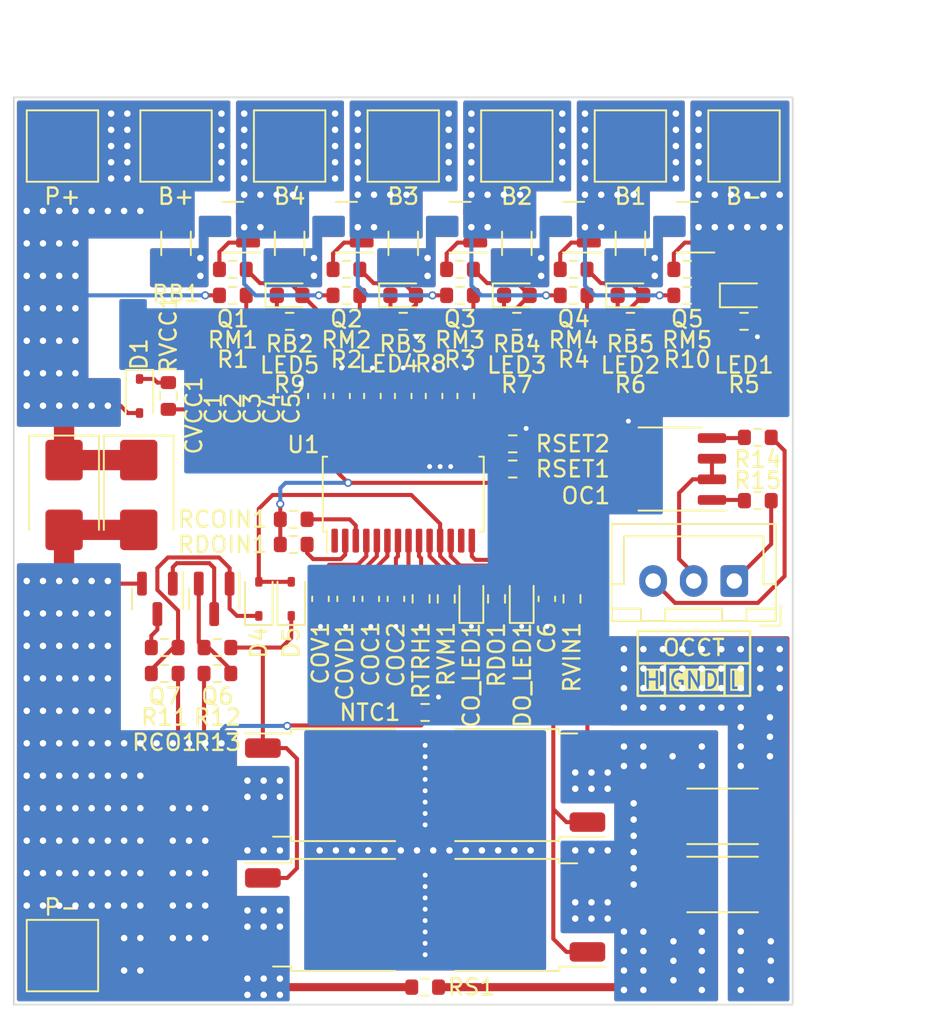
<source format=kicad_pcb>
(kicad_pcb (version 20221018) (generator pcbnew)
  (title_block (title "BM3451XXDC-T28A-Board") (date "2024-02-03") (rev "V1.0") (company "YuaXan"))
  (layers (0 "F.Cu" signal) (31 "B.Cu" signal) (34 "B.Paste" user) (35 "F.Paste" user) (36 "B.SilkS" user "B.Silkscreen") (37 "F.SilkS" user "F.Silkscreen") (38 "B.Mask" user) (39 "F.Mask" user) (44 "Edge.Cuts" user))
  (net 0 "")
  (net 1 "BGND")
  (net 2 "Net-(Q1-S)")
  (net 3 "Net-(Q2-S)")
  (net 4 "Net-(Q3-S)")
  (net 5 "Net-(Q4-S)")
  (net 6 "BAL1")
  (net 7 "BAL2")
  (net 8 "BAL3")
  (net 9 "BAL4")
  (net 10 "BAL5")
  (net 11 "Net-(U1-VC5)")
  (net 12 "Net-(U1-VC4)")
  (net 13 "Net-(U1-VC3)")
  (net 14 "Net-(U1-VC2)")
  (net 15 "Net-(U1-VC1)")
  (net 16 "Net-(U1-VIN)")
  (net 17 "Net-(U1-TOC1)")
  (net 18 "Net-(U1-TOC2)")
  (net 19 "Net-(U1-TOV)")
  (net 20 "Net-(U1-TOVD)")
  (net 21 "CO")
  (net 22 "Net-(D1-K)")
  (net 23 "Net-(D2-A)")
  (net 24 "Net-(D4-K)")
  (net 25 "Net-(D5-K)")
  (net 26 "DO")
  (net 27 "Net-(Q10-D)")
  (net 28 "/OCCT_HIGH")
  (net 29 "/OCCT_HI")
  (net 30 "/OCCT_LOW")
  (net 31 "OCCT_IN")
  (net 32 "Net-(OCCT1-Pin_1)")
  (net 33 "Net-(OCCT1-Pin_3)")
  (net 34 "Net-(Q1-G)")
  (net 35 "Net-(Q1-D)")
  (net 36 "Net-(Q2-G)")
  (net 37 "Net-(Q2-D)")
  (net 38 "Net-(Q3-G)")
  (net 39 "Net-(Q3-D)")
  (net 40 "Net-(Q4-G)")
  (net 41 "Net-(Q4-D)")
  (net 42 "Net-(Q5-G)")
  (net 43 "Net-(Q5-D)")
  (net 44 "Net-(Q6-E)")
  (net 45 "Net-(Q6-C)")
  (net 46 "Net-(Q7-C)")
  (net 47 "Net-(Q11-G)")
  (net 48 "Net-(Q11-S)")
  (net 49 "Net-(U1-COIN)")
  (net 50 "Net-(U1-DOIN)")
  (net 51 "Net-(U1-SET)")
  (net 52 "Net-(U1-TRH)")
  (net 53 "Net-(U1-VM)")
  (net 56 "Net-(LED1-K)")
  (net 57 "Net-(LED2-K)")
  (net 58 "Net-(LED3-K)")
  (net 59 "Net-(LED4-K)")
  (net 60 "Net-(LED5-K)")
  (net 61 "Net-(D1-A)")
  (net 62 "VCC")
  (net 63 "Net-(U1-NTC)")
  (footprint "Diode_SMD:D_SMB" (layer "F.Cu") (at 128.65 99.9 -90)
    (fp_text reference "D3" hide)
    (fp_text value "NC")
  )
  (footprint "Package_TO_SOT_SMD:TO-252-2" (layer "F.Cu") (at 145.94 117.775)
    (fp_text reference "Q8" hide)
    (fp_text value "NCE3080K")
  )
  (footprint "TestPoint:TestPoint_Pad_4.0x4.0mm" (layer "F.Cu") (at 135.55 78.4)
    (fp_text reference "B+")
    (fp_text value "TestPoint")
  )
  (footprint "Diode_SMD:D_SMB" (layer "F.Cu") (at 133.25 99.9 -90)
    (fp_text reference "D2" hide)
    (fp_text value "SMBJ30A")
  )
  (footprint "Capacitor_SMD:C_0603_1608Metric" (layer "F.Cu") (at 144.2 93.8 -90)
    (fp_text reference "CVCC1")
    (fp_text value "0.1UF/100V")
  )
  (footprint "Resistor_SMD:R_0603_1608Metric" (layer "F.Cu") (at 139.05 87.6 180)
    (fp_text reference "R1")
    (fp_text value "1K")
  )
  (footprint "Package_SO:SO-8_3.9x4.9mm_P1.27mm" (layer "F.Cu") (at 166 98.3 180)
    (fp_text reference "OC1")
    (fp_text value "MOCD207M")
  )
  (footprint "Resistor_SMD:R_0603_1608Metric" (layer "F.Cu") (at 142.8 101.4 180)
    (fp_text reference "RCOIN1")
    (fp_text value "1M")
  )
  (footprint "Capacitor_SMD:C_0603_1608Metric" (layer "F.Cu") (at 147.55 106.3 90)
    (fp_text reference "COC1")
    (fp_text value "0.1UF/100V")
  )
  (footprint "Resistor_SMD:R_0603_1608Metric" (layer "F.Cu") (at 152.2 106.3 90)
    (fp_text reference "RVM1")
    (fp_text value "200K")
  )
  (footprint "Connector_JST:JST_XH_B3B-XH-A_1x03_P2.50mm_Vertical" (layer "F.Cu") (at 169.95 105.2 180)
    (fp_text reference "OCCT")
    (fp_text value "Conn_01x03")
  )
  (footprint "Resistor_SMD:R_0603_1608Metric" (layer "F.Cu") (at 142.8 102.95 180)
    (fp_text reference "RDOIN1")
    (fp_text value "1M")
  )
  (footprint "Resistor_SMD:R_0603_1608Metric" (layer "F.Cu") (at 160.05 86 180)
    (fp_text reference "RM4")
    (fp_text value "4.7M")
  )
  (footprint "Resistor_SMD:R_0603_1608Metric" (layer "F.Cu") (at 171.4 100.25 180)
    (fp_text reference "R15")
    (fp_text value "200")
  )
  (footprint "Package_TO_SOT_SMD:TO-252-2" (layer "F.Cu") (at 155.86 125.775 180)
    (fp_text reference "Q11" hide)
    (fp_text value "NCE3080K")
  )
  (footprint "TestPoint:TestPoint_Pad_4.0x4.0mm" (layer "F.Cu") (at 170.55 78.4)
    (fp_text reference "B-")
    (fp_text value "TestPoint")
  )
  (footprint "Capacitor_SMD:C_0603_1608Metric" (layer "F.Cu") (at 145.75 93.8 -90)
    (fp_text reference "C1")
    (fp_text value "1UF/100V")
  )
  (footprint "LED_SMD:LED_0603_1608Metric" (layer "F.Cu") (at 153.75 106.3 90)
    (fp_text reference "CO_LED1")
    (fp_text value "LED_RED")
  )
  (footprint "Resistor_SMD:R_0603_1608Metric" (layer "F.Cu") (at 135.075 93.8 90)
    (fp_text reference "RVCC1")
    (fp_text value "1K")
  )
  (footprint "Capacitor_SMD:C_0603_1608Metric" (layer "F.Cu") (at 158.4 106.3 90)
    (fp_text reference "C6")
    (fp_text value "10NF/100V")
  )
  (footprint "Resistor_SMD:R_0603_1608Metric" (layer "F.Cu") (at 150.9 113.3)
    (fp_text reference "NTC1")
    (fp_text value "SDNT1608X103F3380FTF")
  )
  (footprint "Capacitor_SMD:C_0603_1608Metric" (layer "F.Cu") (at 149.55 93.8 -90)
    (fp_text reference "C3")
    (fp_text value "1UF/100V")
  )
  (footprint "Resistor_SMD:R_0603_1608Metric" (layer "F.Cu") (at 134.85 110.9 180)
    (fp_text reference "RCO1")
    (fp_text value "10M")
  )
  (footprint "Resistor_SMD:R_0603_1608Metric" (layer "F.Cu") (at 150.9 130.225)
    (fp_text reference "RS1")
    (fp_text value "2M")
  )
  (footprint "Resistor_SMD:R_0603_1608Metric" (layer "F.Cu") (at 153.05 87.6 180)
    (fp_text reference "R3")
    (fp_text value "1K")
  )
  (footprint "Capacitor_SMD:C_0603_1608Metric" (layer "F.Cu") (at 151.45 93.8 -90)
    (fp_text reference "C4")
    (fp_text value "1UF/100V")
  )
  (footprint "Resistor_SMD:R_0603_1608Metric" (layer "F.Cu") (at 171.4 96.35 180)
    (fp_text reference "R14")
    (fp_text value "200")
  )
  (footprint "TestPoint:TestPoint_Pad_4.0x4.0mm" (layer "F.Cu") (at 128.55 78.4)
    (fp_text reference "P+")
    (fp_text value "TestPoint")
  )
  (footprint "Package_TO_SOT_SMD:SOT-23" (layer "F.Cu") (at 146.05 83.4 180)
    (fp_text reference "Q2")
    (fp_text value "AO3400A")
  )
  (footprint "Package_TO_SOT_SMD:SOT-23" (layer "F.Cu") (at 153.05 83.4 180)
    (fp_text reference "Q3")
    (fp_text value "AO3400A")
  )
  (footprint "Resistor_SMD:R_1206_3216Metric" (layer "F.Cu") (at 163.55 84.4 90)
    (fp_text reference "RB5")
    (fp_text value "0.01/0.5W")
  )
  (footprint "Resistor_SMD:R_0603_1608Metric" (layer "F.Cu") (at 139.05 86 180)
    (fp_text reference "RM1")
    (fp_text value "4.7M")
  )
  (footprint "LED_SMD:LED_0603_1608Metric" (layer "F.Cu") (at 170.55 87.6)
    (fp_text reference "LED1")
    (fp_text value "LED_RED")
  )
  (footprint "Resistor_SMD:R_0603_1608Metric" (layer "F.Cu") (at 134.85 109.3)
    (fp_text reference "R11")
    (fp_text value "100K")
  )
  (footprint "Package_TO_SOT_SMD:SOT-23" (layer "F.Cu") (at 134.4 106.3 -90)
    (fp_text reference "Q7")
    (fp_text value "MMBT5551")
  )
  (footprint "Resistor_SMD:R_0603_1608Metric" (layer "F.Cu") (at 156.55 89.2 180)
    (fp_text reference "R7")
    (fp_text value "10K")
  )
  (footprint "Resistor_SMD:R_0603_1608Metric" (layer "F.Cu") (at 156.3 96.75)
    (fp_text reference "RSET2")
    (fp_text value "0")
  )
  (footprint "Resistor_SMD:R_2512_6332Metric" (layer "F.Cu") (at 169.23 123.9 180)
    (fp_text reference "RSENSE2" hide)
    (fp_text value "5m")
  )
  (footprint "Resistor_SMD:R_0603_1608Metric" (layer "F.Cu") (at 146.05 86 180)
    (fp_text reference "RM2")
    (fp_text value "4.7M")
  )
  (footprint "Resistor_SMD:R_0603_1608Metric" (layer "F.Cu") (at 138.1 110.9)
    (fp_text reference "R13")
    (fp_text value "10M")
  )
  (footprint "LED_SMD:LED_0603_1608Metric" (layer "F.Cu") (at 149.55 87.6)
    (fp_text reference "LED4")
    (fp_text value "LED_RED")
  )
  (footprint "Resistor_SMD:R_0603_1608Metric" (layer "F.Cu") (at 160.05 87.6 180)
    (fp_text reference "R4")
    (fp_text value "1K")
  )
  (footprint "Resistor_SMD:R_0603_1608Metric" (layer "F.Cu") (at 142.55 89.2 180)
    (fp_text reference "R9")
    (fp_text value "10K")
  )
  (footprint "Package_TO_SOT_SMD:SOT-23" (layer "F.Cu") (at 137.9 106.3 -90)
    (fp_text reference "Q6")
    (fp_text value "MMBT5401")
  )
  (footprint "Capacitor_SMD:C_0603_1608Metric" (layer "F.Cu") (at 153.4 93.8 -90)
    (fp_text reference "C5")
    (fp_text value "1UF/100V")
  )
  (footprint "Diode_SMD:D_SOD-323" (layer "F.Cu") (at 142.65 106.3 90)
    (fp_text reference "D5")
    (fp_text value "1N4148WS")
  )
  (footprint "Resistor_SMD:R_1206_3216Metric" (layer "F.Cu") (at 135.55 84.4 90)
    (fp_text reference "RB1")
    (fp_text value "0.01/0.5W")
  )
  (footprint "Resistor_SMD:R_0603_1608Metric" (layer "F.Cu") (at 163.55 89.2 180)
    (fp_text reference "R6")
    (fp_text value "10K")
  )
  (footprint "Diode_SMD:D_SOD-323" (layer "F.Cu") (at 133.3 93.8 -90)
    (fp_text reference "D1")
    (fp_text value "1N4148WS")
  )
  (footprint "Resistor_SMD:R_0603_1608Metric" (layer "F.Cu") (at 155.3 106.3 90)
    (fp_text reference "RDO1")
    (fp_text value "2K")
  )
  (footprint "Resistor_SMD:R_0603_1608Metric" (layer "F.Cu") (at 153.05 86 180)
    (fp_text reference "RM3")
    (fp_text value "4.7M")
  )
  (footprint "LED_SMD:LED_0603_1608Metric" (layer "F.Cu") (at 163.55 87.6)
    (fp_text reference "LED2")
    (fp_text value "LED_RED")
  )
  (footprint "Resistor_SMD:R_0603_1608Metric" (layer "F.Cu") (at 167.05 86 180)
    (fp_text reference "RM5")
    (fp_text value "4.7M")
  )
  (footprint "Capacitor_SMD:C_0603_1608Metric" (layer "F.Cu") (at 149.1 106.3 90)
    (fp_text reference "COC2")
    (fp_text value "0.1UF/100V")
  )
  (footprint "Capacitor_SMD:C_0603_1608Metric" (layer "F.Cu") (at 144.45 106.3 90)
    (fp_text reference "COV1")
    (fp_text value "0.1UF/100V")
  )
  (footprint "Resistor_SMD:R_1206_3216Metric" (layer "F.Cu") (at 142.55 84.4 90)
    (fp_text reference "RB2")
    (fp_text value "0.01/0.5W")
  )
  (footprint "TestPoint:TestPoint_Pad_4.0x4.0mm" (layer "F.Cu") (at 156.55 78.4)
    (fp_text reference "B2")
    (fp_text value "TestPoint")
  )
  (footprint "Resistor_SMD:R_0603_1608Metric" (layer "F.Cu") (at 138.1 109.3)
    (fp_text reference "R12")
    (fp_text value "1M")
  )
  (footprint "Package_TO_SOT_SMD:SOT-23" (layer "F.Cu") (at 167.05 83.4 180)
    (fp_text reference "Q5")
    (fp_text value "AO3400A")
  )
  (footprint "Resistor_SMD:R_2512_6332Metric" (layer "F.Cu") (at 169.23 119.7 180)
    (fp_text reference "RSENSE1" hide)
    (fp_text value "5m")
  )
  (footprint "Resistor_SMD:R_0603_1608Metric" (layer "F.Cu") (at 156.3 98.3)
    (fp_text reference "RSET1")
    (fp_text value "0")
  )
  (footprint "Resistor_SMD:R_0603_1608Metric" (layer "F.Cu") (at 149.55 89.2 180)
    (fp_text reference "R8")
    (fp_text value "10K")
  )
  (footprint "Package_TO_SOT_SMD:TO-252-2" (layer "F.Cu") (at 155.86 117.775 180)
    (fp_text reference "Q9" hide)
    (fp_text value "NCE3080K")
  )
  (footprint "Resistor_SMD:R_1206_3216Metric" (layer "F.Cu") (at 149.55 84.4 90)
    (fp_text reference "RB3")
    (fp_text value "0.01/0.5W")
  )
  (footprint "LED_SMD:LED_0603_1608Metric" (layer "F.Cu") (at 142.55 87.6)
    (fp_text reference "LED5")
    (fp_text value "LED_RED")
  )
  (footprint "TestPoint:TestPoint_Pad_4.0x4.0mm" (layer "F.Cu") (at 128.55 128.28)
    (fp_text reference "P-")
    (fp_text value "TestPoint")
  )
  (footprint "Package_TO_SOT_SMD:SOT-23" (layer "F.Cu") (at 139.05 83.4 180)
    (fp_text reference "Q1")
    (fp_text value "AO3400A")
  )
  (footprint "Package_TO_SOT_SMD:TO-252-2" (layer "F.Cu") (at 145.94 125.775)
    (fp_text reference "Q10" hide)
    (fp_text value "NCE3080K")
  )
  (footprint "Capacitor_SMD:C_0603_1608Metric" (layer "F.Cu") (at 147.65 93.8 -90)
    (fp_text reference "C2")
    (fp_text value "1UF/100V")
  )
  (footprint "TestPoint:TestPoint_Pad_4.0x4.0mm" (layer "F.Cu") (at 149.55 78.4)
    (fp_text reference "B3")
    (fp_text value "TestPoint")
  )
  (footprint "Diode_SMD:D_SOD-323" (layer "F.Cu") (at 140.65 106.3 90)
    (fp_text reference "D4")
    (fp_text value "1N4148WS")
  )
  (footprint "Resistor_SMD:R_0603_1608Metric" (layer "F.Cu") (at 146.05 87.6 180)
    (fp_text reference "R2")
    (fp_text value "1K")
  )
  (footprint "LED_SMD:LED_0603_1608Metric" (layer "F.Cu") (at 156.55 87.6)
    (fp_text reference "LED3")
    (fp_text value "LED_RED")
  )
  (footprint "TestPoint:TestPoint_Pad_4.0x4.0mm" (layer "F.Cu") (at 163.55 78.4)
    (fp_text reference "B1")
    (fp_text value "TestPoint")
  )
  (footprint "Resistor_SMD:R_0603_1608Metric" (layer "F.Cu") (at 167.05 87.6 180)
    (fp_text reference "R10")
    (fp_text value "1K")
  )
  (footprint "Package_TO_SOT_SMD:SOT-23" (layer "F.Cu") (at 160.05 83.4 180)
    (fp_text reference "Q4")
    (fp_text value "AO3400A")
  )
  (footprint "Resistor_SMD:R_0603_1608Metric" (layer "F.Cu") (at 159.95 106.3 90)
    (fp_text reference "RVIN1")
    (fp_text value "2K")
  )
  (footprint "TestPoint:TestPoint_Pad_4.0x4.0mm" (layer "F.Cu") (at 142.55 78.4)
    (fp_text reference "B4")
    (fp_text value "TestPoint")
  )
  (footprint "Resistor_SMD:R_0603_1608Metric" (layer "F.Cu") (at 170.55 89.2 180)
    (fp_text reference "R5")
    (fp_text value "10K")
  )
  (footprint "Resistor_SMD:R_0603_1608Metric" (layer "F.Cu") (at 150.65 106.3 90)
    (fp_text reference "RTRH1")
    (fp_text value "7K")
  )
  (footprint "Package_SO:TSSOP-28_4.4x9.7mm_P0.65mm" (layer "F.Cu") (at 149.55 99.85 90)
    (fp_text reference "U1")
    (fp_text value "BM3451XXDC-T28A")
  )
  (footprint "LED_SMD:LED_0603_1608Metric" (layer "F.Cu") (at 156.85 106.3 90)
    (fp_text reference "DO_LED1")
    (fp_text value "LED_RED")
  )
  (footprint "Capacitor_SMD:C_0603_1608Metric" (layer "F.Cu") (at 146 106.3 90)
    (fp_text reference "COVD1")
    (fp_text value "0.1UF/100V")
  )
  (footprint "Resistor_SMD:R_1206_3216Metric" (layer "F.Cu") (at 156.55 84.4 90)
    (fp_text reference "RB4")
    (fp_text value "0.01/0.5W")
  )
  (gr_rect (start 164 108.275) (end 170.925 110.275) (stroke (width 0.15)) (fill none) (layer "F.SilkS"))
  (gr_line (start 169.35 110.275) (end 169.35 112.275) (stroke (width 0.15)) (layer "F.SilkS"))
  (gr_rect (start 164 110.275) (end 170.925 112.275) (stroke (width 0.15)) (fill none) (layer "F.SilkS"))
  (gr_line (start 165.675 110.275) (end 165.675 112.275) (stroke (width 0.15)) (layer "F.SilkS"))
  (gr_rect (start 125.55 75.4) (end 173.55 131.3) (stroke (width 0.1)) (fill none) (layer "Edge.Cuts"))
  (gr_text "GND" (at 165.85 111.9125) (layer "F.SilkS" knockout) (effects (font (size 1 1)) (justify left bottom)))
  (gr_text "H" (at 164.275 111.9125) (layer "F.SilkS" knockout) (effects (font (size 1 1)) (justify left bottom)))
  (gr_text "L" (at 169.55 111.9125) (layer "F.SilkS" knockout) (effects (font (size 1 1)) (justify left bottom)))
  (segment (start 150.65 107.125) (end 150.65 108) (width 0.25) (layer "F.Cu") (net 1))
  (segment (start 171.375 89.2) (end 171.375 90.15) (width 0.25) (layer "F.Cu") (net 1))
  (segment (start 149.1 107.075) (end 149.1 108) (width 0.25) (layer "F.Cu") (net 1))
  (segment (start 153.75 107.0875) (end 153.75 108) (width 0.25) (layer "F.Cu") (net 1))
  (segment (start 151.825 98.15) (end 152.475 98.15) (width 0.25) (layer "F.Cu") (net 1))
  (segment (start 149.55 93.025) (end 149.55 92.075) (width 0.25) (layer "F.Cu") (net 1))
  (segment (start 146 107.075) (end 146 108) (width 0.25) (layer "F.Cu") (net 1))
  (segment (start 150.375 89.2) (end 150.375 90.15) (width 0.25) (layer "F.Cu") (net 1))
  (segment (start 153.4 93.025) (end 153.4 92.075) (width 0.25) (layer "F.Cu") (net 1))
  (segment (start 151.175 98.15) (end 151.825 98.15) (width 0.25) (layer "F.Cu") (net 1))
  (segment (start 156.85 107.0875) (end 156.85 108) (width 0.25) (layer "F.Cu") (net 1))
  (segment (start 151.45 93.025) (end 151.45 92.075) (width 0.25) (layer "F.Cu") (net 1))
  (segment (start 144.45 107.075) (end 144.45 108) (width 0.25) (layer "F.Cu") (net 1))
  (segment (start 158.4 107.075) (end 158.4 108) (width 0.25) (layer "F.Cu") (net 1))
  (segment (start 144.2 93.025) (end 143.25 93.025) (width 0.25) (layer "F.Cu") (net 1))
  (segment (start 164.375 89.2) (end 164.375 90.15) (width 0.25) (layer "F.Cu") (net 1))
  (segment (start 147.55 107.075) (end 147.55 108) (width 0.25) (layer "F.Cu") (net 1))
  (segment (start 157.125 95.8) (end 157.125 96.75) (width 0.25) (layer "F.Cu") (net 1))
  (segment (start 157.375 89.2) (end 157.375 90.15) (width 0.25) (layer "F.Cu") (net 1))
  (segment (start 152.475 96.9875) (end 152.475 98.15) (width 0.25) (layer "F.Cu") (net 1))
  (segment (start 163.425 95.35) (end 163.425 96.395) (width 0.25) (layer "F.Cu") (net 1))
  (segment (start 145.75 93.025) (end 145.75 92.075) (width 0.25) (layer "F.Cu") (net 1))
  (segment (start 151.725 112.35) (end 151.725 113.3) (width 0.25) (layer "F.Cu") (net 1))
  (segment (start 143.375 89.2) (end 143.375 90.15) (width 0.25) (layer "F.Cu") (net 1))
  (segment (start 147.65 93.025) (end 147.65 92.075) (width 0.25) (layer "F.Cu") (net 1))
  (via (at 153.75 108) (size 0.5) (drill 0.3) (layers "F.Cu" "B.Cu") (net 1))
  (via (at 169.15 111.8) (size 0.8) (drill 0.4) (layers "F.Cu" "B.Cu") (net 1))
  (via (at 164.375 90.15) (size 0.5) (drill 0.3) (layers "F.Cu" "B.Cu") (net 1))
  (via (at 167.95 110.6) (size 0.8) (drill 0.4) (layers "F.Cu" "B.Cu") (net 1))
  (via (at 170.35 109.4) (size 0.8) (drill 0.4) (layers "F.Cu" "B.Cu") (net 1))
  (via (at 172.2 129.8) (size 0.8) (drill 0.4) (layers "F.Cu" "B.Cu") (net 1))
  (via (at 172.75 110.6) (size 0.8) (drill 0.4) (layers "F.Cu" "B.Cu") (net 1))
  (via (at 164.35 110.6) (size 0.8) (drill 0.4) (layers "F.Cu" "B.Cu") (net 1))
  (via (at 151.825 98.15) (size 0.5) (drill 0.3) (layers "F.Cu" "B.Cu") (net 1))
  (via (at 167.75 78.4) (size 0.8) (drill 0.4) (layers "F.Cu" "B.Cu") (net 1))
  (via (at 170.35 129.2) (size 0.8) (drill 0.4) (layers "F.Cu" "B.Cu") (net 1))
  (via (at 167.95 109.4) (size 0.8) (drill 0.4) (layers "F.Cu" "B.Cu") (net 1))
  (via (at 167.75 79.4) (size 0.8) (drill 0.4) (layers "F.Cu" "B.Cu") (net 1))
  (via (at 170.35 126.8) (size 0.8) (drill 0.4) (layers "F.Cu" "B.Cu") (net 1))
  (via (at 172.75 109.4) (size 0.8) (drill 0.4) (layers "F.Cu" "B.Cu") (net 1))
  (via (at 170.75 83.4) (size 0.8) (drill 0.4) (layers "F.Cu" "B.Cu") (net 1))
  (via (at 156.85 108) (size 0.5) (drill 0.3) (layers "F.Cu" "B.Cu") (net 1))
  (via (at 164.35 113) (size 0.8) (drill 0.4) (layers "F.Cu" "B.Cu") (net 1))
  (via (at 143.375 90.15) (size 0.5) (drill 0.3) (layers "F.Cu" "B.Cu") (net 1))
  (via (at 153.4 92.075) (size 0.5) (drill 0.3) (layers "F.Cu" "B.Cu") (net 1))
  (via (at 145.75 92.075) (size 0.5) (drill 0.3) (layers "F.Cu" "B.Cu") (net 1))
  (via (at 151.45 92.075) (size 0.5) (drill 0.3) (layers "F.Cu" "B.Cu") (net 1))
  (via (at 172.75 81.4) (size 0.8) (drill 0.4) (layers "F.Cu" "B.Cu") (net 1))
  (via (at 169.15 110.6) (size 0.8) (drill 0.4) (layers "F.Cu" "B.Cu") (net 1))
  (via (at 172.75 111.8) (size 0.8) (drill 0.4) (layers "F.Cu" "B.Cu") (net 1))
  (via (at 149.1 108) (size 0.5) (drill 0.3) (layers "F.Cu" "B.Cu") (net 1))
  (via (at 170.35 113) (size 0.8) (drill 0.4) (layers "F.Cu" "B.Cu") (net 1))
  (via (at 164.35 111.8) (size 0.8) (drill 0.4) (layers "F.Cu" "B.Cu") (net 1))
  (via (at 163.15 110.6) (size 0.8) (drill 0.4) (layers "F.Cu" "B.Cu") (net 1))
  (via (at 163.425 95.35) (size 0.5) (drill 0.3) (layers "F.Cu" "B.Cu") (net 1))
  (via (at 151.725 112.35) (size 0.5) (drill 0.3) (layers "F.Cu" "B.Cu") (net 1))
  (via (at 167.75 80.4) (size 0.8) (drill 0.4) (layers "F.Cu" "B.Cu") (net 1))
  (via (at 170.35 111.8) (size 0.8) (drill 0.4) (layers "F.Cu" "B.Cu") (net 1))
  (via (at 169.15 113) (size 0.8) (drill 0.4) (layers "F.Cu" "B.Cu") (net 1))
  (via (at 168.75 81.4) (size 0.8) (drill 0.4) (layers "F.Cu" "B.Cu") (net 1))
  (via (at 171.55 109.4) (size 0.8) (drill 0.4) (layers "F.Cu" "B.Cu") (net 1))
  (via (at 167.75 83.4) (size 0.8) (drill 0.4) (layers "F.Cu" "B.Cu") (net 1))
  (via (at 172.75 83.4) (size 0.8) (drill 0.4) (layers "F.Cu" "B.Cu") (net 1))
  (via (at 171.375 90.15) (size 0.5) (drill 0.3) (layers "F.Cu" "B.Cu") (net 1))
  (via (at 170.35 130.4) (size 0.8) (drill 0.4) (layers "F.Cu" "B.Cu") (net 1))
  (via (at 146 108) (size 0.5) (drill 0.3) (layers "F.Cu" "B.Cu") (net 1))
  (via (at 172.15 116) (size 0.8) (drill 0.4) (layers "F.Cu" "B.Cu") (net 1))
  (via (at 170.75 81.4) (size 0.8) (drill 0.4) (layers "F.Cu" "B.Cu") (net 1))
  (via (at 165.55 111.8) (size 0.8) (drill 0.4) (layers "F.Cu" "B.Cu") (net 1))
  (via (at 166.75 113) (size 0.8) (drill 0.4) (layers "F.Cu" "B.Cu") (net 1))
  (via (at 171.55 110.6) (size 0.8) (drill 0.4) (layers "F.Cu" "B.Cu") (net 1))
  (via (at 170.35 110.6) (size 0.8) (drill 0.4) (layers "F.Cu" "B.Cu") (net 1))
  (via (at 167.75 81.4) (size 0.8) (drill 0.4) (layers "F.Cu" "B.Cu") (net 1))
  (via (at 171.55 111.8) (size 0.8) (drill 0.4) (layers "F.Cu" "B.Cu") (net 1))
  (via (at 172.15 114.8) (size 0.8) (drill 0.4) (layers "F.Cu" "B.Cu") (net 1))
  (via (at 172.2 127.4) (size 0.8) (drill 0.4) (layers "F.Cu" "B.Cu") (net 1))
  (via (at 166.75 109.4) (size 0.8) (drill 0.4) (layers "F.Cu" "B.Cu") (net 1))
  (via (at 163.15 111.8) (size 0.8) (drill 0.4) (layers "F.Cu" "B.Cu") (net 1))
  (via (at 170.35 116.6) (size 0.8) (drill 0.4) (layers "F.Cu" "B.Cu") (net 1))
  (via (at 147.55 108) (size 0.5) (drill 0.3) (layers "F.Cu" "B.Cu") (net 1))
  (via (at 163.15 109.4) (size 0.8) (drill 0.4) (layers "F.Cu" "B.Cu") (net 1))
  (via (at 157.375 90.15) (size 0.5) (drill 0.3) (layers "F.Cu" "B.Cu") (net 1))
  (via (at 164.35 109.4) (size 0.8) (drill 0.4) (layers "F.Cu" "B.Cu") (net 1))
  (via (at 167.95 113) (size 0.8) (drill 0.4) (layers "F.Cu" "B.Cu") (net 1))
  (via (at 167.75 77.4) (size 0.8) (drill 0.4) (layers "F.Cu" "B.Cu") (net 1))
  (via (at 152.475 98.15) (size 0.5) (drill 0.3) (layers "F.Cu" "B.Cu") (net 1))
  (via (at 171.75 83.4) (size 0.8) (drill 0.4) (layers "F.Cu" "B.Cu") (net 1))
  (via (at 170.35 115.4) (size 0.8) (drill 0.4) (layers "F.Cu" "B.Cu") (net 1))
  (via (at 165.55 109.4) (size 0.8) (drill 0.4) (layers "F.Cu" "B.Cu") (net 1))
  (via (at 169.15 109.4) (size 0.8) (drill 0.4) (layers "F.Cu" "B.Cu") (net 1))
  (via (at 169.75 83.4) (size 0.8) (drill 0.4) (layers "F.Cu" "B.Cu") (net 1))
  (via (at 150.65 108) (size 0.5) (drill 0.3) (layers "F.Cu" "B.Cu") (net 1))
  (via (at 168.75 83.4) (size 0.8) (drill 0.4) (layers "F.Cu" "B.Cu") (net 1))
  (via (at 170.35 114.2) (size 0.8) (drill 0.4) (layers "F.Cu" "B.Cu") (net 1))
  (via (at 143.25 93.025) (size 0.5) (drill 0.3) (layers "F.Cu" "B.Cu") (net 1))
  (via (at 165.55 113) (size 0.8) (drill 0.4) (layers "F.Cu" "B.Cu") (net 1))
  (via (at 172.2 128.6) (size 0.8) (drill 0.4) (layers "F.Cu" "B.Cu") (net 1))
  (via (at 167.95 111.8) (size 0.8) (drill 0.4) (layers "F.Cu" "B.Cu") (net 1))
  (via (at 150.375 90.15) (size 0.5) (drill 0.3) (layers "F.Cu" "B.Cu") (net 1))
  (via (at 147.65 92.075) (size 0.5) (drill 0.3) (layers "F.Cu" "B.Cu") (net 1))
  (via (at 158.4 108) (size 0.5) (drill 0.3) (layers "F.Cu" "B.Cu") (net 1))
  (via (at 151.175 98.15) (size 0.5) (drill 0.3) (layers "F.Cu" "B.Cu") (net 1))
  (via (at 163.15 113) (size 0.8) (drill 0.4) (layers "F.Cu" "B.Cu") (net 1))
  (via (at 170.35 128) (size 0.8) (drill 0.4) (layers "F.Cu" "B.Cu") (net 1))
  (via (at 172.15 113.6) (size 0.8) (drill 0.4) (layers "F.Cu" "B.Cu") (net 1))
  (via (at 169.75 81.4) (size 0.8) (drill 0.4) (layers "F.Cu" "B.Cu") (net 1))
  (via (at 165.55 110.6) (size 0.8) (drill 0.4) (layers "F.Cu" "B.Cu") (net 1))
  (via (at 167.75 76.4) (size 0.8) (drill 0.4) (layers "F.Cu" "B.Cu") (net 1))
  (via (at 144.45 108) (size 0.5) (drill 0.3) (layers "F.Cu" "B.Cu") (net 1))
  (via (at 171.75 81.4) (size 0.8) (drill 0.4) (layers "F.Cu" "B.Cu") (net 1))
  (via (at 157.125 95.8) (size 0.5) (drill 0.3) (layers "F.Cu" "B.Cu") (net 1))
  (via (at 166.75 111.8) (size 0.8) (drill 0.4) (layers "F.Cu" "B.Cu") (net 1))
  (via (at 149.55 92.075) (size 0.5) (drill 0.3) (layers "F.Cu" "B.Cu") (net 1))
  (via (at 166.75 110.6) (size 0.8) (drill 0.4) (layers "F.Cu" "B.Cu") (net 1))
  (segment (start 145.225 87.6) (end 144.35 87.6) (width 0.25) (layer "F.Cu") (net 2))
  (via (at 140.75 81.4) (size 0.8) (drill 0.4) (layers "F.Cu" "B.Cu") (net 2))
  (via (at 139.75 83.4) (size 0.8) (drill 0.4) (layers "F.Cu" "B.Cu") (net 2))
  (via (at 141.75 81.4) (size 0.8) (drill 0.4) (layers "F.Cu" "B.Cu") (net 2))
  (via (at 142.75 81.4) (size 0.8) (drill 0.4) (layers "F.Cu" "B.Cu") (net 2))
  (via (at 139.75 81.4) (size 0.8) (drill 0.4) (layers "F.Cu" "B.Cu") (net 2))
  (via (at 140.75 83.4) (size 0.8) (drill 0.4) (layers "F.Cu" "B.Cu") (net 2))
  (via (at 139.75 77.4) (size 0.8) (drill 0.4) (layers "F.Cu" "B.Cu") (net 2))
  (via (at 145.35 78.4) (size 0.8) (drill 0.4) (layers "F.Cu" "B.Cu") (net 2))
  (via (at 145.35 76.4) (size 0.8) (drill 0.4) (layers "F.Cu" "B.Cu") (net 2))
  (via (at 139.75 79.4) (size 0.8) (drill 0.4) (layers "F.Cu" "B.Cu") (net 2))
  (via (at 145.35 80.4) (size 0.8) (drill 0.4) (layers "F.Cu" "B.Cu") (net 2))
  (via (at 144.35 87.6) (size 0.5) (drill 0.3) (layers "F.Cu" "B.Cu") (net 2))
  (via (at 139.75 76.4) (size 0.8) (drill 0.4) (layers "F.Cu" "B.Cu") (net 2))
  (via (at 139.75 80.4) (size 0.8) (drill 0.4) (layers "F.Cu" "B.Cu") (net 2))
  (via (at 145.35 79.4) (size 0.8) (drill 0.4) (layers "F.Cu" "B.Cu") (net 2))
  (via (at 145.35 77.4) (size 0.8) (drill 0.4) (layers "F.Cu" "B.Cu") (net 2))
  (via (at 139.75 78.4) (size 0.8) (drill 0.4) (layers "F.Cu" "B.Cu") (net 2))
  (segment (start 140.45 87.6) (end 139.75 86.9) (width 0.25) (layer "B.Cu") (net 2))
  (segment (start 139.75 86.9) (end 139.75 83.4) (width 0.25) (layer "B.Cu") (net 2))
  (segment (start 144.35 87.6) (end 140.45 87.6) (width 0.25) (layer "B.Cu") (net 2))
  (segment (start 151.35 87.6) (end 152.225 87.6) (width 0.25) (layer "F.Cu") (net 3))
  (via (at 147.75 83.4) (size 0.8) (drill 0.4) (layers "F.Cu" "B.Cu") (net 3))
  (via (at 152.35 76.4) (size 0.8) (drill 0.4) (layers "F.Cu" "B.Cu") (net 3))
  (via (at 146.75 80.4) (size 0.8) (drill 0.4) (layers "F.Cu" "B.Cu") (net 3))
  (via (at 152.35 80.4) (size 0.8) (drill 0.4) (layers "F.Cu" "B.Cu") (net 3))
  (via (at 146.75 78.4) (size 0.8) (drill 0.4) (layers "F.Cu" "B.Cu") (net 3))
  (via (at 147.75 81.4) (size 0.8) (drill 0.4) (layers "F.Cu" "B.Cu") (net 3))
  (via (at 146.75 77.4) (size 0.8) (drill 0.4) (layers "F.Cu" "B.Cu") (net 3))
  (via (at 152.35 79.4) (size 0.8) (drill 0.4) (layers "F.Cu" "B.Cu") (net 3))
  (via (at 146.75 76.4) (size 0.8) (drill 0.4) (layers "F.Cu" "B.Cu") (net 3))
  (via (at 146.75 83.4) (size 0.8) (drill 0.4) (layers "F.Cu" "B.Cu") (net 3))
  (via (at 151.35 87.6) (size 0.5) (drill 0.3) (layers "F.Cu" "B.Cu") (net 3))
  (via (at 152.35 77.4) (size 0.8) (drill 0.4) (layers "F.Cu" "B.Cu") (net 3))
  (via (at 149.75 81.4) (size 0.8) (drill 0.4) (layers "F.Cu" "B.Cu") (net 3))
  (via (at 146.75 81.4) (size 0.8) (drill 0.4) (layers "F.Cu" "B.Cu") (net 3))
  (via (at 146.75 79.4) (size 0.8) (drill 0.4) (layers "F.Cu" "B.Cu") (net 3))
  (via (at 152.35 78.4) (size 0.8) (drill 0.4) (layers "F.Cu" "B.Cu") (net 3))
  (via (at 148.75 81.4) (size 0.8) (drill 0.4) (layers "F.Cu" "B.Cu") (net 3))
  (segment (start 147.35 87.6) (end 146.75 87) (width 0.25) (layer "B.Cu") (net 3))
  (segment (start 146.75 87) (end 146.75 83.4) (width 0.25) (layer "B.Cu") (net 3))
  (segment (start 151.35 87.6) (end 147.35 87.6) (width 0.25) (layer "B.Cu") (net 3))
  (segment (start 159.225 87.6) (end 158.35 87.6) (width 0.25) (layer "F.Cu") (net 4))
  (via (at 153.75 80.4) (size 0.8) (drill 0.4) (layers "F.Cu" "B.Cu") (net 4))
  (via (at 154.75 83.4) (size 0.8) (drill 0.4) (layers "F.Cu" "B.Cu") (net 4))
  (via (at 159.35 80.4) (size 0.8) (drill 0.4) (layers "F.Cu" "B.Cu") (net 4))
  (via (at 159.35 78.4) (size 0.8) (drill 0.4) (layers "F.Cu" "B.Cu") (net 4))
  (via (at 153.75 78.4) (size 0.8) (drill 0.4) (layers "F.Cu" "B.Cu") (net 4))
  (via (at 154.75 81.4) (size 0.8) (drill 0.4) (layers "F.Cu" "B.Cu") (net 4))
  (via (at 155.75 81.4) (size 0.8) (drill 0.4) (layers "F.Cu" "B.Cu") (net 4))
  (via (at 153.75 79.4) (size 0.8) (drill 0.4) (layers "F.Cu" "B.Cu") (net 4))
  (via (at 153.75 81.4) (size 0.8) (drill 0.4) (layers "F.Cu" "B.Cu") (net 4))
  (via (at 159.35 79.4) (size 0.8) (drill 0.4) (layers "F.Cu" "B.Cu") (net 4))
  (via (at 156.75 81.4) (size 0.8) (drill 0.4) (layers "F.Cu" "B.Cu") (net 4))
  (via (at 159.35 76.4) (size 0.8) (drill 0.4) (layers "F.Cu" "B.Cu") (net 4))
  (via (at 159.35 77.4) (size 0.8) (drill 0.4) (layers "F.Cu" "B.Cu") (net 4))
  (via (at 158.35 87.6) (size 0.5) (drill 0.3) (layers "F.Cu" "B.Cu") (net 4))
  (via (at 153.75 77.4) (size 0.8) (drill 0.4) (layers "F.Cu" "B.Cu") (net 4))
  (via (at 153.75 76.4) (size 0.8) (drill 0.4) (layers "F.Cu" "B.Cu") (net 4))
  (via (at 153.75 83.4) (size 0.8) (drill 0.4) (layers "F.Cu" "B.Cu") (net 4))
  (segment (start 158.35 87.6) (end 154.35 87.6) (width 0.25) (layer "B.Cu") (net 4))
  (segment (start 154.35 87.6) (end 153.75 87) (width 0.25) (layer "B.Cu") (net 4))
  (segment (start 153.75 87) (end 153.75 83.4) (width 0.25) (layer "B.Cu") (net 4))
  (segment (start 165.35 87.6) (end 166.225 87.6) (width 0.25) (layer "F.Cu") (net 5))
  (via (at 161.75 81.4) (size 0.8) (drill 0.4) (layers "F.Cu" "B.Cu") (net 5))
  (via (at 160.75 77.4) (size 0.8) (drill 0.4) (layers "F.Cu" "B.Cu") (net 5))
  (via (at 160.75 81.4) (size 0.8) (drill 0.4) (layers "F.Cu" "B.Cu") (net 5))
  (via (at 160.75 79.4) (size 0.8) (drill 0.4) (layers "F.Cu" "B.Cu") (net 5))
  (via (at 165.35 87.6) (size 0.5) (drill 0.3) (layers "F.Cu" "B.Cu") (net 5))
  (via (at 160.75 80.4) (size 0.8) (drill 0.4) (layers "F.Cu" "B.Cu") (net 5))
  (via (at 162.75 81.4) (size 0.8) (drill 0.4) (layers "F.Cu" "B.Cu") (net 5))
  (via (at 161.75 83.4) (size 0.8) (drill 0.4) (layers "F.Cu" "B.Cu") (net 5))
  (via (at 160.75 78.4) (size 0.8) (drill 0.4) (layers "F.Cu" "B.Cu") (net 5))
  (via (at 166.35 78.4) (size 0.8) (drill 0.4) (layers "F.Cu" "B.Cu") (net 5))
  (via (at 166.35 80.4) (size 0.8) (drill 0.4) (layers "F.Cu" "B.Cu") (net 5))
  (via (at 166.35 79.4) (size 0.8) (drill 0.4) (layers "F.Cu" "B.Cu") (net 5))
  (via (at 166.35 76.4) (size 0.8) (drill 0.4) (layers "F.Cu" "B.Cu") (net 5))
  (via (at 160.75 76.4) (size 0.8) (drill 0.4) (layers "F.Cu" "B.Cu") (net 5))
  (via (at 166.35 77.4) (size 0.8) (drill 0.4) (layers "F.Cu" "B.Cu") (net 5))
  (via (at 160.75 83.4) (size 0.8) (drill 0.4) (layers "F.Cu" "B.Cu") (net 5))
  (via (at 163.75 81.4) (size 0.8) (drill 0.4) (layers "F.Cu" "B.Cu") (net 5))
  (segment (start 161.35 87.6) (end 160.75 87) (width 0.25) (layer "B.Cu") (net 5))
  (segment (start 165.35 87.6) (end 161.35 87.6) (width 0.25) (layer "B.Cu") (net 5))
  (segment (start 160.75 87) (end 160.75 83.4) (width 0.25) (layer "B.Cu") (net 5))
  (segment (start 169.7375 86) (end 171.3375 87.6) (width 0.25) (layer "F.Cu") (net 6))
  (segment (start 169.1 94.65) (end 170.55 93.2) (width 0.25) (layer "F.Cu") (net 6))
  (segment (start 167.875 86) (end 169.7375 86) (width 0.25) (layer "F.Cu") (net 6))
  (segment (start 153.375 95.95) (end 154.675 94.65) (width 0.25) (layer "F.Cu") (net 6))
  (segment (start 152.025 95.95) (end 153.375 95.95) (width 0.25) (layer "F.Cu") (net 6))
  (segment (start 170.55 93.2) (end 170.55 88.3875) (width 0.25) (layer "F.Cu") (net 6))
  (segment (start 154.675 94.65) (end 169.1 94.65) (width 0.25) (layer "F.Cu") (net 6))
  (segment (start 170.55 88.3875) (end 171.3375 87.6) (width 0.25) (layer "F.Cu") (net 6))
  (segment (start 151.825 96.9875) (end 151.825 96.15) (width 0.25) (layer "F.Cu") (net 6))
  (segment (start 151.825 96.15) (end 152.025 95.95) (width 0.25) (layer "F.Cu") (net 6))
  (segment (start 153.062563 91.175) (end 152.225 92.012563) (width 0.25) (layer "F.Cu") (net 7))
  (segment (start 152.225 94.911396) (end 151.886396 95.25) (width 0.25) (layer "F.Cu") (net 7))
  (segment (start 150.525 96.1) (end 150.525 96.9875) (width 0.25) (layer "F.Cu") (net 7))
  (segment (start 163.55 89.451041) (end 161.826041 91.175) (width 0.25) (layer "F.Cu") (net 7))
  (segment (start 151.886396 95.25) (end 151.375 95.25) (width 0.25) (layer "F.Cu") (net 7))
  (segment (start 163.55 88.3875) (end 163.55 89.451041) (width 0.25) (layer "F.Cu") (net 7))
  (segment (start 151.375 95.25) (end 150.525 96.1) (width 0.25) (layer "F.Cu") (net 7))
  (segment (start 161.826041 91.175) (end 153.062563 91.175) (width 0.25) (layer "F.Cu") (net 7))
  (segment (start 152.225 92.012563) (end 152.225 94.911396) (width 0.25) (layer "F.Cu") (net 7))
  (segment (start 164.3375 87.6) (end 163.55 88.3875) (width 0.25) (layer "F.Cu") (net 7))
  (segment (start 160.875 86) (end 161.725 86.85) (width 0.25) (layer "F.Cu") (net 7))
  (segment (start 161.725 86.85) (end 163.5875 86.85) (width 0.25) (layer "F.Cu") (net 7))
  (segment (start 163.5875 86.85) (end 164.3375 87.6) (width 0.25) (layer "F.Cu") (net 7))
  (segment (start 156.55 88.3875) (end 156.55 90) (width 0.25) (layer "F.Cu") (net 8))
  (segment (start 157.3375 87.6) (end 156.55 88.3875) (width 0.25) (layer "F.Cu") (net 8))
  (segment (start 150.325 91.630026) (end 150.325 95.205026) (width 0.25) (layer "F.Cu") (net 8))
  (segment (start 156.075 90.475) (end 151.480026 90.475) (width 0.25) (layer "F.Cu") (net 8))
  (segment (start 149.225 96.305026) (end 149.225 96.9875) (width 0.25) (layer "F.Cu") (net 8))
  (segment (start 151.480026 90.475) (end 150.325 91.630026) (width 0.25) (layer "F.Cu") (net 8))
  (segment (start 150.325 95.205026) (end 149.225 96.305026) (width 0.25) (layer "F.Cu") (net 8))
  (segment (start 156.55 90) (end 156.075 90.475) (width 0.25) (layer "F.Cu") (net 8))
  (segment (start 154.725 86.85) (end 156.5875 86.85) (width 0.25) (layer "F.Cu") (net 8))
  (segment (start 153.875 86) (end 154.725 86.85) (width 0.25) (layer "F.Cu") (net 8))
  (segment (start 156.5875 86.85) (end 157.3375 87.6) (width 0.25) (layer "F.Cu") (net 8))
  (segment (start 147.925 95.705025) (end 147.925 96.9875) (width 0.25) (layer "F.Cu") (net 9))
  (segment (start 148.425 91.530026) (end 148.425 95.205025) (width 0.25) (layer "F.Cu") (net 9))
  (segment (start 149.55 88.9) (end 149.55 90.405026) (width 0.25) (layer "F.Cu") (net 9))
  (segment (start 149.5875 86.85) (end 150.3375 87.6) (width 0.25) (layer "F.Cu") (net 9))
  (segment (start 150.3375 88.161459) (end 149.598959 88.9) (width 0.25) (layer "F.Cu") (net 9))
  (segment (start 148.425 95.205025) (end 147.925 95.705025) (width 0.25) (layer "F.Cu") (net 9))
  (segment (start 146.875 86) (end 147.725 86.85) (width 0.25) (layer "F.Cu") (net 9))
  (segment (start 147.725 86.85) (end 149.5875 86.85) (width 0.25) (layer "F.Cu") (net 9))
  (segment (start 150.3375 87.6) (end 150.3375 88.161459) (width 0.25) (layer "F.Cu") (net 9))
  (segment (start 149.598959 88.9) (end 149.55 88.9) (width 0.25) (layer "F.Cu") (net 9))
  (segment (start 149.55 90.405026) (end 148.425 91.530026) (width 0.25) (layer "F.Cu") (net 9))
  (segment (start 139.875 86) (end 140.725 86.85) (width 0.25) (layer "F.Cu") (net 10))
  (segment (start 143.3375 87.6) (end 143.3375 87.60625) (width 0.25) (layer "F.Cu") (net 10))
  (segment (start 146.525 89.25) (end 146.1 88.825) (width 0.25) (layer "F.Cu") (net 10))
  (segment (start 140.725 86.85) (end 142.5875 86.85) (width 0.25) (layer "F.Cu") (net 10))
  (segment (start 142.5875 86.85) (end 143.3375 87.6) (width 0.25) (layer "F.Cu") (net 10))
  (segment (start 146.625 96.9875) (end 146.525 96.8875) (width 0.25) (layer "F.Cu") (net 10))
  (segment (start 144.5625 88.825) (end 143.3375 87.6) (width 0.25) (layer "F.Cu") (net 10))
  (segment (start 146.525 96.8875) (end 146.525 89.25) (width 0.25) (layer "F.Cu") (net 10))
  (segment (start 146.1 88.825) (end 144.5625 88.825) (width 0.25) (layer "F.Cu") (net 10))
  (segment (start 139.875 87.6) (end 139.875 89.775) (width 0.25) (layer "F.Cu") (net 11))
  (segment (start 144.1 90.8) (end 144.975 91.675) (width 0.25) (layer "F.Cu") (net 11))
  (segment (start 139.875 89.775) (end 140.9 90.8) (width 0.25) (layer "F.Cu") (net 11))
  (segment (start 140.9 90.8) (end 144.1 90.8) (width 0.25) (layer "F.Cu") (net 11))
  (segment (start 145.75 95.4) (end 145.975 95.625) (width 0.25) (layer "F.Cu") (net 11))
  (segment (start 145.975 95.625) (end 145.975 96.9875) (width 0.25) (layer "F.Cu") (net 11))
  (segment (start 144.975 91.675) (end 144.975 93.8) (width 0.25) (layer "F.Cu") (net 11))
  (segment (start 144.975 93.8) (end 145.75 94.575) (width 0.25) (layer "F.Cu") (net 11))
  (segment (start 145.75 94.575) (end 145.75 95.4) (width 0.25) (layer "F.Cu") (net 11))
  (segment (start 147.65 95.175) (end 147.275 95.55) (width 0.25) (layer "F.Cu") (net 12))
  (segment (start 147.65 94.575) (end 147.65 95.175) (width 0.25) (layer "F.Cu") (net 12))
  (segment (start 147.275 95.55) (end 147.275 96.9875) (width 0.25) (layer "F.Cu") (net 12))
  (segment (start 146.875 87.6) (end 146.875 93.8) (width 0.25) (layer "F.Cu") (net 12))
  (segment (start 146.875 93.8) (end 147.65 94.575) (width 0.25) (layer "F.Cu") (net 12))
  (segment (start 151.335052 90.125) (end 150.185052 91.275) (width 0.25) (layer "F.Cu") (net 13))
  (segment (start 153.875 87.6) (end 153.875 89.925) (width 0.25) (layer "F.Cu") (net 13))
  (segment (start 149.175 91.275) (end 148.775 91.675) (width 0.25) (layer "F.Cu") (net 13))
  (segment (start 153.675 90.125) (end 151.335052 90.125) (width 0.25) (layer "F.Cu") (net 13))
  (segment (start 148.575 95.55) (end 148.575 96.9875) (width 0.25) (layer "F.Cu") (net 13))
  (segment (start 150.185052 91.275) (end 149.175 91.275) (width 0.25) (layer "F.Cu") (net 13))
  (segment (start 153.875 89.925) (end 153.675 90.125) (width 0.25) (layer "F.Cu") (net 13))
  (segment (start 148.775 91.675) (end 148.775 93.8) (width 0.25) (layer "F.Cu") (net 13))
  (segment (start 148.775 93.8) (end 149.55 94.575) (width 0.25) (layer "F.Cu") (net 13))
  (segment (start 149.55 94.575) (end 148.575 95.55) (width 0.25) (layer "F.Cu") (net 13))
  (segment (start 149.875 96.15) (end 149.875 96.9875) (width 0.25) (layer "F.Cu") (net 14))
  (segment (start 150.675 91.775) (end 150.675 93.8) (width 0.25) (layer "F.Cu") (net 14))
  (segment (start 150.675 93.8) (end 151.45 94.575) (width 0.25) (layer "F.Cu") (net 14))
  (segment (start 160.875 87.6) (end 160.875 89.975) (width 0.25) (layer "F.Cu") (net 14))
  (segment (start 160.875 89.975) (end 160.025 90.825) (width 0.25) (layer "F.Cu") (net 14))
  (segment (start 151.45 94.575) (end 149.875 96.15) (width 0.25) (layer "F.Cu") (net 14))
  (segment (start 151.625 90.825) (end 150.675 91.775) (width 0.25) (layer "F.Cu") (net 14))
  (segment (start 160.025 90.825) (end 151.625 90.825) (width 0.25) (layer "F.Cu") (net 14))
  (segment (start 152.625 92.107537) (end 152.625 93.8) (width 0.25) (layer "F.Cu") (net 15))
  (segment (start 152.625 93.8) (end 153.4 94.575) (width 0.25) (layer "F.Cu") (net 15))
  (segment (start 153.207537 91.525) (end 152.625 92.107537) (width 0.25) (layer "F.Cu") (net 15))
  (segment (start 167.875 87.6) (end 167.875 90.225) (width 0.25) (layer "F.Cu") (net 15))
  (segment (start 166.575 91.525) (end 153.207537 91.525) (width 0.25) (layer "F.Cu") (net 15))
  (segment (start 151.175 96.1) (end 151.675 95.6) (width 0.25) (layer "F.Cu") (net 15))
  (segment (start 151.675 95.6) (end 152.375 95.6) (width 0.25) (layer "F.Cu") (net 15))
  (segment (start 151.175 96.9875) (end 151.175 96.1) (width 0.25) (layer "F.Cu") (net 15))
  (segment (start 167.875 90.225) (end 166.575 91.525) (width 0.25) (layer "F.Cu") (net 15))
  (segment (start 152.375 95.6) (end 153.4 94.575) (width 0.25) (layer "F.Cu") (net 15))
  (segment (start 154 103.9) (end 157.45 103.9) (width 0.25) (layer "F.Cu") (net 16))
  (segment (start 157.45 103.9) (end 158.4 104.85) (width 0.25) (layer "F.Cu") (net 16))
  (segment (start 153.775 103.675) (end 154 103.9) (width 0.25) (layer "F.Cu") (net 16))
  (segment (start 159.9 105.525) (end 159.95 105.475) (width 0.25) (layer "F.Cu") (net 16))
  (segment (start 159.55 105.525) (end 159.6 105.475) (width 0.25) (layer "F.Cu") (net 16))
  (segment (start 158.4 105.525) (end 159.9 105.525) (width 0.25) (layer "F.Cu") (net 16))
  (segment (start 158.4 104.85) (end 158.4 105.525) (width 0.25) (layer "F.Cu") (net 16))
  (segment (start 153.775 102.7125) (end 153.775 103.675) (width 0.25) (layer "F.Cu") (net 16))
  (segment (start 147.55 104.7) (end 147.55 105.525) (width 0.25) (layer "F.Cu") (net 17))
  (segment (start 148.575 102.7125) (end 148.575 103.675) (width 0.25) (layer "F.Cu") (net 17))
  (segment (start 148.575 103.675) (end 147.55 104.7) (width 0.25) (layer "F.Cu") (net 17))
  (segment (start 149.225 103.675) (end 149.1 103.8) (width 0.25) (layer "F.Cu") (net 18))
  (segment (start 149.1 103.8) (end 149.1 105.525) (width 0.25) (layer "F.Cu") (net 18))
  (segment (start 149.225 102.7125) (end 149.225 103.675) (width 0.25) (layer "F.Cu") (net 18))
  (segment (start 147.275 103.675) (end 146.75 104.2) (width 0.25) (layer "F.Cu") (net 19))
  (segment (start 145 104.2) (end 144.45 104.75) (width 0.25) (layer "F.Cu") (net 19))
  (segment (start 147.275 102.7125) (end 147.275 103.675) (width 0.25) (layer "F.Cu") (net 19))
  (segment (start 144.45 104.75) (end 144.45 105.525) (width 0.25) (layer "F.Cu") (net 19))
  (segment (start 146.75 104.2) (end 145 104.2) (width 0.25) (layer "F.Cu") (net 19))
  (segment (start 146 104.9) (end 146 105.525) (width 0.25) (layer "F.Cu") (net 20))
  (segment (start 147.925 102.7125) (end 147.925 103.675) (width 0.25) (layer "F.Cu") (net 20))
  (segment (start 146.35 104.55) (end 146 104.9) (width 0.25) (layer "F.Cu") (net 20))
  (segment (start 147.05 104.55) (end 146.35 104.55) (width 0.25) (layer "F.Cu") (net 20))
  (segment (start 147.925 103.675) (end 147.05 104.55) (width 0.25) (layer "F.Cu") (net 20))
  (segment (start 153.5 104.6) (end 153.75 104.85) (width 0.25) (layer "F.Cu") (net 21))
  (segment (start 140.65 100.75) (end 140.65 105.25) (width 0.25) (layer "F.Cu") (net 21))
  (segment (start 152.75 104.6) (end 153.5 104.6) (width 0.25) (layer "F.Cu") (net 21))
  (segment (start 151.825 102.7125) (end 151.825 103.675) (width 0.25) (layer "F.Cu") (net 21))
  (segment (start 151.825 101.675) (end 150.05 99.9) (width 0.25) (layer "F.Cu") (net 21))
  (segment (start 141.5 99.9) (end 140.65 100.75) (width 0.25) (layer "F.Cu") (net 21))
  (segment (start 151.825 103.675) (end 152.75 104.6) (width 0.25) (layer "F.Cu") (net 21))
  (segment (start 140.65 105.25) (end 142.65 105.25) (width 0.25) (layer "F.Cu") (net 21))
  (segment (start 153.75 104.85) (end 153.75 105.5125) (width 0.25) (layer "F.Cu") (net 21))
  (segment (start 151.825 102.7125) (end 151.825 101.675) (width 0.25) (layer "F.Cu") (net 21))
  (segment (start 150.05 99.9) (end 141.5 99.9) (width 0.25) (layer "F.Cu") (net 21))
  (segment (start 134.4 92.975) (end 135.075 92.975) (width 0.25) (layer "F.Cu") (net 22))
  (segment (start 134.175 92.75) (end 134.4 92.975) (width 0.25) (layer "F.Cu") (net 22))
  (segment (start 133.3 92.75) (end 134.175 92.75) (width 0.25) (layer "F.Cu") (net 22))
  (segment (start 142.425 130.225) (end 141.95 130.7) (width 0.5) (layer "F.Cu") (net 23))
  (segment (start 150.65 114.1) (end 150.9 113.85) (width 0.25) (layer "F.Cu") (net 23))
  (segment (start 133.45 105.3625) (end 131.5125 105.3625) (width 0.25) (layer "F.Cu") (net 23))
  (segment (start 142.4 114.13) (end 142.43 114.1) (width 0.25) (layer "F.Cu") (net 23))
  (segment (start 131.5125 105.3625) (end 131.35 105.2) (width 0.25) (layer "F.Cu") (net 23))
  (segment (start 150.9 109.05) (end 152.2 107.75) (width 0.25) (layer "F.Cu") (net 23))
  (segment (start 150.075 130.225) (end 142.425 130.225) (width 0.5) (layer "F.Cu") (net 23))
  (segment (start 128.65 102.05) (end 133.25 102.05) (width 1.25) (layer "F.Cu") (net 23))
  (segment (start 152.2 107.75) (end 152.2 107.125) (width 0.25) (layer "F.Cu") (net 23))
  (segment (start 128.65 102.05) (end 128.65 103.9) (width 1.25) (layer "F.Cu") (net 23))
  (segment (start 142.43 114.1) (end 150.65 114.1) (width 0.25) (layer "F.Cu") (net 23))
  (segment (start 150.9 113.85) (end 150.9 109.05) (width 0.25) (layer "F.Cu") (net 23))
  (segment (start 133.45 102.25) (end 133.25 102.05) (width 0.25) (layer "F.Cu") (net 23))
  (segment (start 135.675 110.9) (end 135.675 114.775) (width 0.25) (layer "F.Cu") (net 23))
  (segment (start 128.65 103.9) (end 128.65 105.2) (width 1.25) (layer "F.Cu") (net 23))
  (segment (start 137.275 110.9) (end 137.275 114.715) (width 0.25) (layer "F.Cu") (net 23))
  (via (at 135.35 123.2) (size 0.8) (drill 0.4) (layers "F.Cu" "B.Cu") (net 23))
  (via (at 137.35 127.2) (size 0.8) (drill 0.4) (layers "F.Cu" "B.Cu") (net 23))
  (via (at 130.35 119.2) (size 0.8) (drill 0.4) (layers "F.Cu" "B.Cu") (net 23))
  (via (at 141.95 129.7) (size 0.8) (drill 0.4) (layers "F.Cu" "B.Cu") (net 23))
  (via (at 141.95 125.5) (size 0.8) (drill 0.4) (layers "F.Cu" "B.Cu") (net 23))
  (via (at 131.35 105.2) (size 0.8) (drill 0.4) (layers "F.Cu" "B.Cu") (net 23))
  (via (at 131.35 111.2) (size 0.8) (drill 0.4) (layers "F.Cu" "B.Cu") (net 23))
  (via (at 128.35 123.2) (size 0.8) (drill 0.4) (layers "F.Cu" "B.Cu") (net 23))
  (via (at 131.35 123.2) (size 0.8) (drill 0.4) (layers "F.Cu" "B.Cu") (net 23))
  (via (at 128.35 121.2) (size 0.8) (drill 0.4) (layers "F.Cu" "B.Cu") (net 23))
  (via (at 132.35 127.2) (size 0.8) (drill 0.4) (layers "F.Cu" "B.Cu") (net 23))
  (via (at 126.35 111.2) (size 0.8) (drill 0.4) (layers "F.Cu" "B.Cu") (net 23))
  (via (at 126.35 113.2) (size 0.8) (drill 0.4) (layers "F.Cu" "B.Cu") (net 23))
  (via (at 131.35 121.2) (size 0.8) (drill 0.4) (layers "F.Cu" "B.Cu") (net 23))
  (via (at 132.35 119.2) (size 0.8) (drill 0.4) (layers "F.Cu" "B.Cu") (net 23))
  (via (at 131.35 119.2) (size 0.8) (drill 0.4) (layers "F.Cu" "B.Cu") (net 23))
  (via (at 139.95 129.7) (size 0.8) (drill 0.4) (layers "F.Cu" "B.Cu") (net 23))
  (via (at 129.35 117.2) (size 0.8) (drill 0.4) (layers "F.Cu" "B.Cu") (net 23))
  (via (at 133.35 117.2) (size 0.8) (drill 0.4) (layers "F.Cu" "B.Cu") (net 23))
  (via (at 129.35 119.2) (size 0.8) (drill 0.4) (layers "F.Cu" "B.Cu") (net 23))
  (via (at 130.35 125.2) (size 0.8) (drill 0.4) (layers "F.Cu" "B.Cu") (net 23))
  (via (at 129.35 111.2) (size 0.8) (drill 0.4) (layers "F.Cu" "B.Cu") (net 23))
  (via (at 135.35 115.2) (size 0.8) (drill 0.4) (layers "F.Cu" "B.Cu") (net 23))
  (via (at 140.95 118.5) (size 0.8) (drill 0.4) (layers "F.Cu" "B.Cu") (net 23))
  (via (at 127.35 123.2) (size 0.8) (drill 0.4) (layers "F.Cu" "B.Cu") (net 23))
  (via (at 129.35 109.2) (size 0.8) (drill 0.4) (layers "F.Cu" "B.Cu") (net 23))
  (via (at 126.35 115.2) (size 0.8) (drill 0.4) (layers "F.Cu" "B.Cu") (net 23))
  (via (at 130.35 105.2) (size 0.8) (drill 0.4) (layers "F.Cu" "B.Cu") (net 23))
  (via (at 137.35 123.2) (size 0.8) (drill 0.4) (layers "F.Cu" "B.Cu") (net 23))
  (via (at 140.95 126.5) (size 0.8) (drill 0.4) (layers "F.Cu" "B.Cu") (net 23))
  (via (at 129.35 125.2) (size 0.8) (drill 0.4) (layers "F.Cu" "B.Cu") (net 23))
  (via (at 131.35 117.2) (size 0.8) (drill 0.4) (layers "F.Cu" "B.Cu") (net 23))
  (via (at 128.35 109.2) (size 0.8) (drill 0.4) (layers "F.Cu" "B.Cu") (net 23))
  (via (at 141.95 118.5) (size 0.8) (drill 0.4) (layers "F.Cu" "B.Cu") (net 23))
  (via (at 136.35 121.2) (size 0.8) (drill 0.4) (layers "F.Cu" "B.Cu") (net 23))
  (via (at 141.95 117.5) (size 0.8) (drill 0.4) (layers "F.Cu" "B.Cu") (net 23))
  (via (at 133.35 125.2) (size 0.8) (drill 0.4) (layers "F.Cu" "B.Cu") (net 23))
  (via (at 130.35 113.2) (size 0.8) (drill 0.4) (layers "F.Cu" "B.Cu") (net 23))
  (via (at 137.35 115.2) (size 0.8) (drill 0.4) (layers "F.Cu" "B.Cu") (net 23))
  (via (at 127.35 121.2) (size 0.8) (drill 0.4) (layers "F.Cu" "B.Cu") (net 23))
  (via (at 130.35 121.2) (size 0.8) (drill 0.4) (layers "F.Cu" "B.Cu") (net 23))
  (via (at 133.35 119.2) (size 0.8) (drill 0.4) (layers "F.Cu" "B.Cu") (net 23))
  (via (at 126.35 109.2) (size 0.8) (drill 0.4) (layers "F.Cu" "B.Cu") (net 23))
  (via (at 127.35 115.2) (size 0.8) (drill 0.4) (layers "F.Cu" "B.Cu") (net 23))
  (via (at 126.35 107.2) (size 0.8) (drill 0.4) (layers "F.Cu" "B.Cu") (net 23))
  (via (at 130.35 111.2) (size 0.8) (drill 0.4) (layers "F.Cu" "B.Cu") (net 23))
  (via (at 140.95 129.7) (size 0.8) (drill 0.4) (layers "F.Cu" "B.Cu") (net 23))
  (via (at 133.35 115.2) (size 0.8) (drill 0.4) (layers "F.Cu" "B.Cu") (net 23))
  (via (at 129.35 123.2) (size 0.8) (drill 0.4) (layers "F.Cu" "B.Cu") (net 23))
  (via (at 142.4 114.13) (size 0.5) (drill 0.3) (layers "F.Cu" "B.Cu") (net 23))
  (via (at 126.35 105.2) (size 0.8) (drill 0.4) (layers "F.Cu" "B.Cu") (net 23))
  (via (at 131.35 125.2) (size 0.8) (drill 0.4) (layers "F.Cu" "B.Cu") (net 23))
  (via (at 127.35 109.2) (size 0.8) (drill 0.4) (layers "F.Cu" "B.Cu") (net 23))
  (via (at 129.35 115.2) (size 0.8) (drill 0.4) (layers "F.Cu" "B.Cu") (net 23))
  (via (at 128.35 115.2) (size 0.8) (drill 0.4) (layers "F.Cu" "B.Cu") (net 23))
  (via (at 133.35 121.2) (size 0.8) (drill 0.4) (layers "F.Cu" "B.Cu") (net 23))
  (via (at 136.35 119.2) (size 0.8) (drill 0.4) (layers "F.Cu" "B.Cu") (net 23))
  (via (at 129.35 107.2) (size 0.8) (drill 0.4) (layers "F.Cu" "B.Cu") (net 23))
  (via (at 139.95 126.5) (size 0.8) (drill 0.4) (layers "F.Cu" "B.Cu") (net 23))
  (via (at 132.35 123.2) (size 0.8) (drill 0.4) (layers "F.Cu" "B.Cu") (net 23))
  (via (at 139.95 121.8) (size 0.8) (drill 0.4) (layers "F.Cu" "B.Cu") (net 23))
  (via (at 128.35 125.2) (size 0.8) (drill 0.4) (layers "F.Cu" "B.Cu") (net 23))
  (via (at 132.35 129.2) (size 0.8) (drill 0.4) (layers "F.Cu" "B.Cu") (net 23))
  (via (at 135.35 121.2) (size 0.8) (drill 0.4) (layers "F.Cu" "B.Cu") (net 23))
  (via (at 129.35 113.2) (size 0.8) (drill 0.4) (layers "F.Cu" "B.Cu") (net 23))
  (via (at 130.35 109.2) (size 0.8) (drill 0.4) (layers "F.Cu" "B.Cu") (net 23))
  (via (at 126.35 125.2) (size 0.8) (drill 0.4) (layers "F.Cu" "B.Cu") (net 23))
  (via (at 127.35 125.2) (size 0.8) (drill 0.4) (layers "F.Cu" "B.Cu") (net 23))
  (via (at 132.35 115.2) (size 0.8) (drill 0.4) (layers "F.Cu" "B.Cu") (net 23))
  (via (at 132.35 125.2) (size 0.8) (drill 0.4) (layers "F.Cu" "B.Cu") (net 23))
  (via (at 128.35 117.2) (size 0.8) (drill 0.4) (layers "F.Cu" "B.Cu") (net 23))
  (via (at 128.35 119.2) (size 0.8) (drill 0.4) (layers "F.Cu" "B.Cu") (net 23))
  (via (at 127.35 119.2) (size 0.8) (drill 0.4) (layers "F.Cu" "B.Cu") (net 23))
  (via (at 139.95 130.7) (size 0.8) (drill 0.4) (layers "F.Cu" "B.Cu") (net 23))
  (via (at 128.35 105.2) (size 0.8) (drill 0.4) (layers "F.Cu" "B.Cu") (net 23))
  (via (at 139.95 118.5) (size 0.8) (drill 0.4) (layers "F.Cu" "B.Cu") (net 23))
  (via (at 135.35 119.2) (size 0.8) (drill 0.4) (layers "F.Cu" "B.Cu") (net 23))
  (via (at 139.95 117.5) (size 0.8) (drill 0.4) (layers "F.Cu" "B.Cu") (net 23))
  (via (at 126.35 123.2) (size 0.8) (drill 0.4) (layers "F.Cu" "B.Cu") (net 23))
  (via (at 127.35 105.2) (size 0.8) (drill 0.4) (layers "F.Cu" "B.Cu") (net 23))
  (via (at 137.35 125.2) (size 0.8) (drill 0.4) (layers "F.Cu" "B.Cu") (net 23))
  (via (at 136.35 123.2) (size 0.8) (drill 0.4) (layers "F.Cu" "B.Cu") (net 23))
  (via (at 139.95 125.5) (size 0.8) (drill 0.4) (layers "F.Cu" "B.Cu") (net 23))
  (via (at 131.35 107.2) (size 0.8) (drill 0.4) (layers "F.Cu" "B.Cu") (net 23))
  (via (at 132.35 117.2) (size 0.8) (drill 0.4) (layers "F.Cu" "B.Cu") (net 23))
  (via (at 126.35 119.2) (size 0.8) (drill 0.4) (layers "F.Cu" "B.Cu") (net 23))
  (via (at 128.35 111.2) (size 0.8) (drill 0.4) (layers "F.Cu" "B.Cu") (net 23))
  (via (at 136.35 115.2) (size 0.8) (drill 0.4) (layers "F.Cu" "B.Cu") (net 23))
  (via (at 127.35 107.2) (size 0.8) (drill 0.4) (layers "F.Cu" "B.Cu") (net 23))
  (via (at 140.95 117.5) (size 0.8) (drill 0.4) (layers "F.Cu" "B.Cu") (net 23))
  (via (at 128.35 107.2) (size 0.8) (drill 0.4) (layers "F.Cu" "B.Cu") (net 23))
  (via (at 127.35 111.2) (size 0.8) (drill 0.4) (layers "F.Cu" "B.Cu") (net 23))
  (via (at 130.35 107.2) (size 0.8) (drill 0.4) (layers "F.Cu" "B.Cu") (net 23))
  (via (at 130.35 115.2) (size 0.8) (drill 0.4) (layers "F.Cu" "B.Cu") (net 23))
  (via (at 126.35 121.2) (size 0.8) (drill 0.4) (layers "F.Cu" "B.Cu") (net 23))
  (via (at 134.35 115.2) (size 0.8) (drill 0.4) (layers "F.Cu" "B.Cu") (net 23))
  (via (at 131.35 115.2) (size 0.8) (drill 0.4) (layers "F.Cu" "B.Cu") (net 23))
  (via (at 140.95 121.8) (size 0.8) (drill 0.4) (layers "F.Cu" "B.Cu") (net 23))
  (via (at 141.95 126.5) (size 0.8) (drill 0.4) (layers "F.Cu" "B.Cu") (net 23))
  (via (at 133.35 123.2) (size 0.8) (drill 0.4) (layers "F.Cu" "B.Cu") (net 23))
  (via (at 129.35 121.2) (size 0.8) (drill 0.4) (layers "F.Cu" "B.Cu") (net 23))
  (via (at 136.35 127.2) (size 0.8) (drill 0.4) (layers "F.Cu" "B.Cu") (net 23))
  (via (at 133.35 127.2) (size 0.8) (drill 0.4) (layers "F.Cu" "B.Cu") (net 23))
  (via (at 127.35 113.2) (size 0.8) (drill 0.4) (layers "F.Cu" "B.Cu") (net 23))
  (via (at 128.35 113.2) (size 0.8) (drill 0.4) (layers "F.Cu" "B.Cu") (net 23))
  (via (at 135.35 125.2) (size 0.8) (drill 0.4) (layers "F.Cu" "B.Cu") (net 23))
  (via (at 138.35 115.2) (size 0.8) (drill 0.4) (layers "F.Cu" "B.Cu") (net 23))
  (via (at 126.35 117.2) (size 0.8) (drill 0.4) (layers "F.Cu" "B.Cu") (net 23))
  (via (at 141.95 121.8) (size 0.8) (drill 0.4) (layers "F.Cu" "B.Cu") (net 23))
  (via (at 141.95 130.7) (size 0.8) (drill 0.4) (layers "F.Cu" "B.Cu") (net 23))
  (via (at 140.95 130.7) (size 0.8) (drill 0.4) (layers "F.Cu" "B.Cu") (net 23))
  (via (at 136.35 125.2) (size 0.8) (drill 0.4) (layers "F.Cu" "B.Cu") (net 23))
  (via (at 131.35 109.2) (size 0.8) (drill 0.4) (layers "F.Cu" "B.Cu") (net 23))
  (via (at 132.35 121.2) (size 0.8) (drill 0.4) (layers "F.Cu" "B.Cu") (net 23))
  (via (at 129.35 105.2) (size 0.8) (drill 0.4) (layers "F.Cu" "B.Cu") (net 23))
  (via (at 130.35 123.2) (size 0.8) (drill 0.4) (layers "F.Cu" "B.Cu") (net 23))
  (via (at 131.35 113.2) (size 0.8) (drill 0.4) (layers "F.Cu" "B.Cu") (net 23))
  (via (at 140.95 125.5) (size 0.8) (drill 0.4) (layers "F.Cu" "B.Cu") (net 23))
  (via (at 130.35 117.2) (size 0.8) (drill 0.4) (layers "F.Cu" "B.Cu") (net 23))
  (via (at 133.35 129.2) (size 0.8) (drill 0.4) (layers "F.Cu" "B.Cu") (net 23))
  (via (at 137.35 121.2) (size 0.8) (drill 0.4) (layers "F.Cu" "B.Cu") (net 23))
  (via (at 135.35 127.2) (size 0.8) (drill 0.4) (layers "F.Cu" "B.Cu") (net 23))
  (via (at 137.35 119.2) (size 0.8) (drill 0.4) (layers "F.Cu" "B.Cu") (net 23))
  (via (at 127.35 117.2) (size 0.8) (drill 0.4) (layers "F.Cu" "B.Cu") (net 23))
  (segment (start 138.61 114.13) (end 138.38 114.36) (width 0.25) (layer "B.Cu") (net 23))
  (segment (start 138.38 114.36) (end 138.38 114.72) (width 0.25) (layer "B.Cu") (net 23))
  (segment (start 142.4 114.13) (end 138.61 114.13) (width 0.25) (layer "B.Cu") (net 23))
  (segment (start 135.39 109.3) (end 134.025 110.665) (width 0.25) (layer "F.Cu") (net 24))
  (segment (start 134.4 104.4) (end 134.4 105.75) (width 0.25) (layer "F.Cu") (net 24))
  (segment (start 138.85 104.4) (end 138.2 103.75) (width 0.25) (layer "F.Cu") (net 24))
  (segment (start 138.85 105.3625) (end 138.85 104.4) (width 0.25) (layer "F.Cu") (net 24))
  (segment (start 138.85 105.3625) (end 138.85 106.9) (width 0.25) (layer "F.Cu") (net 24))
  (segment (start 138.85 106.9) (end 139.3 107.35) (width 0.25) (layer "F.Cu") (net 24))
  (segment (start 139.3 107.35) (end 140.65 107.35) (width 0.25) (layer "F.Cu") (net 24))
  (segment (start 134.025 110.665) (end 134.025 110.9) (width 0.25) (layer "F.Cu") (net 24))
  (segment (start 135.05 103.75) (end 134.4 104.4) (width 0.25) (layer "F.Cu") (net 24))
  (segment (start 135.675 109.3) (end 135.39 109.3) (width 0.25) (layer "F.Cu") (net 24))
  (segment (start 138.2 103.75) (end 135.05 103.75) (width 0.25) (layer "F.Cu") (net 24))
  (segment (start 134.4 105.75) (end 135.675 107.025) (width 0.25) (layer "F.Cu") (net 24))
  (segment (start 135.675 107.025) (end 135.675 109.3) (width 0.25) (layer "F.Cu") (net 24))
  (segment (start 138.8625 105.35) (end 138.85 105.3625) (width 0.25) (layer "F.Cu") (net 24))
  (segment (start 142.65 108.7) (end 142.65 107.35) (width 0.25) (layer "F.Cu") (net 25))
  (segment (start 140.9 109.3) (end 142.05 109.3) (width 0.25) (layer "F.Cu") (net 25))
  (segment (start 143 116.15) (end 143 122.9) (width 0.25) (layer "F.Cu") (net 25))
  (segment (start 142.05 109.3) (end 142.65 108.7) (width 0.25) (layer "F.Cu") (net 25))
  (segment (start 142.405 123.495) (end 140.9 123.495) (width 0.25) (layer "F.Cu") (net 25))
  (segment (start 142.345 115.495) (end 143 116.15) (width 0.25) (layer "F.Cu") (net 25))
  (segment (start 143 122.9) (end 142.405 123.495) (width 0.25) (layer "F.Cu") (net 25))
  (segment (start 140.9 115.495) (end 140.9 109.3) (width 0.25) (layer "F.Cu") (net 25))
  (segment (start 138.925 109.3) (end 140.9 109.3) (width 0.25) (layer "F.Cu") (net 25))
  (segment (start 140.9 115.495) (end 142.345 115.495) (width 0.25) (layer "F.Cu") (net 25))
  (segment (start 153.05 104.25) (end 154.7 104.25) (width 0.25) (layer "F.Cu") (net 26))
  (segment (start 156.8125 105.475) (end 156.85 105.5125) (width 0.25) (layer "F.Cu") (net 26))
  (segment (start 154.7 104.25) (end 155.3 104.85) (width 0.25) (layer "F.Cu") (net 26))
  (segment (start 155.3 104.85) (end 155.3 105.475) (width 0.25) (layer "F.Cu") (net 26))
  (segment (start 152.475 103.675) (end 153.05 104.25) (width 0.25) (layer "F.Cu") (net 26))
  (segment (start 155.3 105.475) (end 156.8125 105.475) (width 0.25) (layer "F.Cu") (net 26))
  (segment (start 152.475 102.7125) (end 152.475 103.675) (width 0.25) (layer "F.Cu") (net 26))
  (via (at 150.9 126.825) (size 0.5) (drill 0.3) (layers "F.Cu" "B.Cu") (net 27))
  (via (at 150.4 121.8) (size 0.8) (drill 0.4) (layers "F.Cu" "B.Cu") (net 27))
  (via (at 149.4 121.8) (size 0.8) (drill 0.4) (layers "F.Cu" "B.Cu") (net 27))
  (via (at 150.9 127.525) (size 0.5) (drill 0.3) (layers "F.Cu" "B.Cu") (net 27))
  (via (at 152.4 121.8) (size 0.8) (drill 0.4) (layers "F.Cu" "B.Cu") (net 27))
  (via (at 150.9 115.325) (size 0.5) (drill 0.3) (layers "F.Cu" "B.Cu") (net 27))
  (via (at 153.4 121.8) (size 0.8) (drill 0.4) (layers "F.Cu" "B.Cu") (net 27))
  (via (at 150.9 116.725) (size 0.5) (drill 0.3) (layers "F.Cu" "B.Cu") (net 27))
  (via (at 144.4 121.8) (size 0.8) (drill 0.4) (layers "F.Cu" "B.Cu") (net 27))
  (via (at 155.4 121.8) (size 0.8) (drill 0.4) (layers "F.Cu" "B.Cu") (net 27))
  (via (at 150.9 123.325) (size 0.5) (drill 0.3) (layers "F.Cu" "B.Cu") (net 27))
  (via (at 148.4 121.8) (size 0.8) (drill 0.4) (layers "F.Cu" "B.Cu") (net 27))
  (via (at 150.9 124.725) (size 0.5) (drill 0.3) (layers "F.Cu" "B.Cu") (net 27))
  (via (at 150.9 126.125) (size 0.5) (drill 0.3) (layers "F.Cu" "B.Cu") (net 27))
  (via (at 154.4 121.8) (size 0.8) (drill 0.4) (layers "F.Cu" "B.Cu") (net 27))
  (via (at 151.4 121.8) (size 0.8) (drill 0.4) (layers "F.Cu" "B.Cu") (net 27))
  (via (at 150.9 124.025) (size 0.5) (drill 0.3) (layers "F.Cu" "B.Cu") (net 27))
  (via (at 150.9 128.225) (size 0.5) (drill 0.3) (layers "F.Cu" "B.Cu") (net 27))
  (via (at 157.4 121.8) (size 0.8) (drill 0.4) (layers "F.Cu" "B.Cu") (net 27))
  (via (at 150.9 125.425) (size 0.5) (drill 0.3) (layers "F.Cu" "B.Cu") (net 27))
  (via (at 150.9 118.825) (size 0.5) (drill 0.3) (layers "F.Cu" "B.Cu") (net 27))
  (via (at 150.9 118.125) (size 0.5) (drill 0.3) (layers "F.Cu" "B.Cu") (net 27))
  (via (at 150.9 116.025) (size 0.5) (drill 0.3) (layers "F.Cu" "B.Cu") (net 27))
  (via (at 145.4 121.8) (size 0.8) (drill 0.4) (layers "F.Cu" "B.Cu") (net 27))
  (via (at 156.4 121.8) (size 0.8) (drill 0.4) (layers "F.Cu" "B.Cu") (net 27))
  (via (at 150.9 119.525) (size 0.5) (drill 0.3) (layers "F.Cu" "B.Cu") (net 27))
  (via (at 146.4 121.8) (size 0.8) (drill 0.4) (layers "F.Cu" "B.Cu") (net 27))
  (via (at 150.9 120.225) (size 0.5) (drill 0.3) (layers "F.Cu" "B.Cu") (net 27))
  (via (at 147.4 121.8) (size 0.8) (drill 0.4) (layers "F.Cu" "B.Cu") (net 27))
  (via (at 150.9 117.425) (size 0.5) (drill 0.3) (layers "F.Cu" "B.Cu") (net 27))
  (segment (start 170.53 100.205) (end 170.575 100.25) (width 0.25) (layer "F.Cu") (net 28))
  (segment (start 168.575 100.205) (end 170.53 100.205) (width 0.25) (layer "F.Cu") (net 28))
  (segment (start 166.55 103.85) (end 166.55 99.775) (width 0.25) (layer "F.Cu") (net 29))
  (segment (start 167.45 104.75) (end 166.55 103.85) (width 0.25) (layer "F.Cu") (net 29))
  (segment (start 166.55 99.775) (end 167.39 98.935) (width 0.25) (layer "F.Cu") (net 29))
  (segment (start 167.39 98.935) (end 168.575 98.935) (width 0.25) (layer "F.Cu") (net 29))
  (segment (start 167.45 105.2) (end 167.45 104.75) (width 0.25) (layer "F.Cu") (net 29))
  (segment (start 168.575 97.665) (end 168.575 98.935) (width 0.25) (layer "F.Cu") (net 29))
  (segment (start 168.575 96.395) (end 170.53 96.395) (width 0.25) (layer "F.Cu") (net 30))
  (segment (start 170.53 96.395) (end 170.575 96.35) (width 0.25) (layer "F.Cu") (net 30))
  (segment (start 154.7 95.2) (end 158.7 95.2) (width 0.25) (layer "F.Cu") (net 31))
  (segment (start 153.775 96.9875) (end 153.775 96.125) (width 0.25) (layer "F.Cu") (net 31))
  (segment (start 158.7 95.2) (end 161.165 97.665) (width 0.25) (layer "F.Cu") (net 31))
  (segment (start 163.425 97.665) (end 163.425 98.935) (width 0.25) (layer "F.Cu") (net 31))
  (segment (start 153.775 96.125) (end 154.7 95.2) (width 0.25) (layer "F.Cu") (net 31))
  (segment (start 161.165 97.665) (end 163.425 97.665) (width 0.25) (layer "F.Cu") (net 31))
  (segment (start 172.225 102.925) (end 169.95 105.2) (width 0.25) (layer "F.Cu") (net 32))
  (segment (start 172.225 100.25) (end 172.225 102.925) (width 0.25) (layer "F.Cu") (net 32))
  (segment (start 173.05 97.175) (end 173.05 104.9) (width 0.25) (layer "F.Cu") (net 33))
  (segment (start 166.3 106.55) (end 164.95 105.2) (width 0.25) (layer "F.Cu") (net 33))
  (segment (start 173.05 104.9) (end 171.4 106.55) (width 0.25) (layer "F.Cu") (net 33))
  (segment (start 172.225 96.35) (end 173.05 97.175) (width 0.25) (layer "F.Cu") (net 33))
  (segment (start 171.4 106.55) (end 166.3 106.55) (width 0.25) (layer "F.Cu") (net 33))
  (segment (start 138.8 84.35) (end 138.225 84.925) (width 0.25) (layer "F.Cu") (net 34))
  (segment (start 138.225 84.925) (end 138.225 86) (width 0.25) (layer "F.Cu") (net 34))
  (segment (start 139.9875 84.35) (end 138.8 84.35) (width 0.25) (layer "F.Cu") (net 34))
  (via (at 137.05 85.3) (size 0.8) (drill 0.4) (layers "F.Cu" "B.Cu") (net 35))
  (via (at 137.05 86.4) (size 0.8) (drill 0.4) (layers "F.Cu" "B.Cu") (net 35))
  (segment (start 145.225 85.025) (end 145.9 84.35) (width 0.25) (layer "F.Cu") (net 36))
  (segment (start 145.9 84.35) (end 146.9875 84.35) (width 0.25) (layer "F.Cu") (net 36))
  (segment (start 145.225 86) (end 145.225 85.025) (width 0.25) (layer "F.Cu") (net 36))
  (via (at 144.05 86.4) (size 0.8) (drill 0.4) (layers "F.Cu" "B.Cu") (net 37))
  (via (at 144.05 85.3) (size 0.8) (drill 0.4) (layers "F.Cu" "B.Cu") (net 37))
  (segment (start 152.225 86) (end 152.225 85.025) (width 0.25) (layer "F.Cu") (net 38))
  (segment (start 152.225 85.025) (end 152.9 84.35) (width 0.25) (layer "F.Cu") (net 38))
  (segment (start 152.9 84.35) (end 153.9875 84.35) (width 0.25) (layer "F.Cu") (net 38))
  (via (at 151.05 86.4) (size 0.8) (drill 0.4) (layers "F.Cu" "B.Cu") (net 39))
  (via (at 151.05 85.3) (size 0.8) (drill 0.4) (layers "F.Cu" "B.Cu") (net 39))
  (segment (start 159.225 86) (end 159.225 85.025) (width 0.25) (layer "F.Cu") (net 40))
  (segment (start 159.225 85.025) (end 159.9 84.35) (width 0.25) (layer "F.Cu") (net 40))
  (segment (start 159.9 84.35) (end 160.9875 84.35) (width 0.25) (layer "F.Cu") (net 40))
  (via (at 158.05 86.4) (size 0.8) (drill 0.4) (layers "F.Cu" "B.Cu") (net 41))
  (via (at 158.05 85.3) (size 0.8) (drill 0.4) (layers "F.Cu" "B.Cu") (net 41))
  (segment (start 166.9 84.35) (end 167.9875 84.35) (width 0.25) (layer "F.Cu") (net 42))
  (segment (start 166.225 85.025) (end 166.9 84.35) (width 0.25) (layer "F.Cu") (net 42))
  (segment (start 166.225 86) (end 166.225 85.025) (width 0.25) (layer "F.Cu") (net 42))
  (via (at 165.05 86.4) (size 0.8) (drill 0.4) (layers "F.Cu" "B.Cu") (net 43))
  (via (at 165.05 85.3) (size 0.8) (drill 0.4) (layers "F.Cu" "B.Cu") (net 43))
  (segment (start 137.275 109.3) (end 137.56 109.3) (width 0.25) (layer "F.Cu") (net 44))
  (segment (start 136.95 108.975) (end 137.275 109.3) (width 0.25) (layer "F.Cu") (net 44))
  (segment (start 138.925 110.665) (end 138.925 110.9) (width 0.25) (layer "F.Cu") (net 44))
  (segment (start 137.56 109.3) (end 138.925 110.665) (width 0.25) (layer "F.Cu") (net 44))
  (segment (start 136.95 105.3625) (end 136.95 108.975) (width 0.25) (layer "F.Cu") (net 44))
  (segment (start 135.35 104.35) (end 135.6 104.1) (width 0.25) (layer "F.Cu") (net 45))
  (segment (start 137.9 104.4) (end 137.9 107.2375) (width 0.25) (layer "F.Cu") (net 45))
  (segment (start 137.6 104.1) (end 137.9 104.4) (width 0.25) (layer "F.Cu") (net 45))
  (segment (start 135.35 105.3625) (end 135.35 104.35) (width 0.25) (layer "F.Cu") (net 45))
  (segment (start 135.6 104.1) (end 137.6 104.1) (width 0.25) (layer "F.Cu") (net 45))
  (segment (start 134.025 108.575) (end 134.025 109.3) (width 0.25) (layer "F.Cu") (net 46))
  (segment (start 134.4 107.2375) (end 134.4 108.2) (width 0.25) (layer "F.Cu") (net 46))
  (segment (start 134.4 108.2) (end 134.025 108.575) (width 0.25) (layer "F.Cu") (net 46))
  (segment (start 156.55 109) (end 157.35 109) (width 0.25) (layer "F.Cu") (net 47))
  (segment (start 158.8 110.45) (end 158.8 119.15) (width 0.25) (layer "F.Cu") (net 47))
  (segment (start 155.3 107.75) (end 156.55 109) (width 0.25) (layer "F.Cu") (net 47))
  (segment (start 158.8 119.15) (end 158.8 127.25) (width 0.25) (layer "F.Cu") (net 47))
  (segment (start 159.605 128.055) (end 160.9 128.055) (width 0.25) (layer "F.Cu") (net 47))
  (segment (start 155.3 107.125) (end 155.3 107.75) (width 0.25) (layer "F.Cu") (net 47))
  (segment (start 157.35 109) (end 158.8 110.45) (width 0.25) (layer "F.Cu") (net 47))
  (segment (start 158.8 127.25) (end 159.605 128.055) (width 0.25) (layer "F.Cu") (net 47))
  (segment (start 158.8 119.15) (end 158.8 119.25) (width 0.25) (layer "F.Cu") (net 47))
  (segment (start 159.605 120.055) (end 160.9 120.055) (width 0.25) (layer "F.Cu") (net 47))
  (segment (start 158.8 119.25) (end 159.605 120.055) (width 0.25) (layer "F.Cu") (net 47))
  (segment (start 162.975 130.225) (end 163.15 130.4) (width 0.5) (layer "F.Cu") (net 48))
  (segment (start 151.725 130.225) (end 162.975 130.225) (width 0.5) (layer "F.Cu") (net 48))
  (segment (start 159.95 107.7) (end 160.9 108.65) (width 0.25) (layer "F.Cu") (net 48))
  (segment (start 160.9 108.65) (end 160.9 115.495) (width 0.25) (layer "F.Cu") (net 48))
  (segment (start 159.95 107.125) (end 159.95 107.7) (width 0.25) (layer "F.Cu") (net 48))
  (via (at 164.35 129.2) (size 0.8) (drill 0.4) (layers "F.Cu" "B.Cu") (net 48))
  (via (at 163.75 123.9) (size 0.8) (drill 0.4) (layers "F.Cu" "B.Cu") (net 48))
  (via (at 164.35 126.8) (size 0.8) (drill 0.4) (layers "F.Cu" "B.Cu") (net 48))
  (via (at 167.95 129.2) (size 0.8) (drill 0.4) (layers "F.Cu" "B.Cu") (net 48))
  (via (at 167.95 130.4) (size 0.8) (drill 0.4) (layers "F.Cu" "B.Cu") (net 48))
  (via (at 163.75 120.9) (size 0.8) (drill 0.4) (layers "F.Cu" "B.Cu") (net 48))
  (via (at 163.75 122.9) (size 0.8) (drill 0.4) (layers "F.Cu" "B.Cu") (net 48))
  (via (at 161.15 118) (size 0.8) (drill 0.4) (layers "F.Cu" "B.Cu") (net 48))
  (via (at 161.15 125) (size 0.8) (drill 0.4) (layers "F.Cu" "B.Cu") (net 48))
  (via (at 161.15 117) (size 0.8) (drill 0.4) (layers "F.Cu" "B.Cu") (net 48))
  (via (at 164.35 130.4) (size 0.8) (drill 0.4) (layers "F.Cu" "B.Cu") (net 48))
  (via (at 161.15 121.8) (size 0.8) (drill 0.4) (layers "F.Cu" "B.Cu") (net 48))
  (via (at 160.15 126) (size 0.8) (drill 0.4) (layers "F.Cu" "B.Cu") (net 48))
  (via (at 160.15 125) (size 0.8) (drill 0.4) (layers "F.Cu" "B.Cu") (net 48))
  (via (at 160.15 118) (size 0.8) (drill 0.4) (layers "F.Cu" "B.Cu") (net 48))
  (via (at 160.15 117) (size 0.8) (drill 0.4) (layers "F.Cu" "B.Cu") (net 48))
  (via (at 167.95 115.4) (size 0.8) (drill 0.4) (layers "F.Cu" "B.Cu") (net 48))
  (via (at 166.2 128.6) (size 0.8) (drill 0.4) (layers "F.Cu" "B.Cu") (net 48))
  (via (at 162.15 121.8) (size 0.8) (drill 0.4) (layers "F.Cu" "B.Cu") (net 48))
  (via (at 163.15 126.8) (size 0.8) (drill 0.4) (layers "F.Cu" "B.Cu") (net 48))
  (via (at 163.75 119.9) (size 0.8) (drill 0.4) (layers "F.Cu" "B.Cu") (net 48))
  (via (at 166.2 127.4) (size 0.8) (drill 0.4) (layers "F.Cu" "B.Cu") (net 48))
  (via (at 163.15 129.2) (size 0.8) (drill 0.4) (layers "F.Cu" "B.Cu") (net 48))
  (via (at 167.95 126.8) (size 0.8) (drill 0.4) (layers "F.Cu" "B.Cu") (net 48))
  (via (at 163.15 115.4) (size 0.8) (drill 0.4) (layers "F.Cu" "B.Cu") (net 48))
  (via (at 164.35 128) (size 0.8) (drill 0.4) (layers "F.Cu" "B.Cu") (net 48))
  (via (at 162.15 125) (size 0.8) (drill 0.4) (layers "F.Cu" "B.Cu") (net 48))
  (via (at 166.15 116) (size 0.8) (drill 0.4) (layers "F.Cu" "B.Cu") (net 48))
  (via (at 163.75 118.9) (size 0.8) (drill 0.4) (layers "F.Cu" "B.Cu") (net 48))
  (via (at 164.35 116.6) (size 0.8) (drill 0.4) (layers "F.Cu" "B.Cu") (net 48))
  (via (at 163.75 121.9) (size 0.8) (drill 0.4) (layers "F.Cu" "B.Cu") (net 48))
  (via (at 161.15 126) (size 0.8) (drill 0.4) (layers "F.Cu" "B.Cu") (net 48))
  (via (at 163.15 128) (size 0.8) (drill 0.4) (layers "F.Cu" "B.Cu") (net 48))
  (via (at 162.15 117) (size 0.8) (drill 0.4) (layers "F.Cu" "B.Cu") (net 48))
  (via (at 166.2 129.8) (size 0.8) (drill 0.4) (layers "F.Cu" "B.Cu") (net 48))
  (via (at 163.15 130.4) (size 0.8) (drill 0.4) (layers "F.Cu" "B.Cu") (net 48))
  (via (at 164.35 115.4) (size 0.8) (drill 0.4) (layers "F.Cu" "B.Cu") (net 48))
  (via (at 160.15 121.8) (size 0.8) (drill 0.4) (layers "F.Cu" "B.Cu") (net 48))
  (via (at 162.15 118) (size 0.8) (drill 0.4) (layers "F.Cu" "B.Cu") (net 48))
  (via (at 162.15 126) (size 0.8) (drill 0.4) (layers "F.Cu" "B.Cu") (net 48))
  (via (at 167.95 116.6) (size 0.8) (drill 0.4) (layers "F.Cu" "B.Cu") (net 48))
  (via (at 167.95 128) (size 0.8) (drill 0.4) (layers "F.Cu" "B.Cu") (net 48))
  (via (at 163.15 116.6) (size 0.8) (drill 0.4) (layers "F.Cu" "B.Cu") (net 48))
  (segment (start 143.625 101.4) (end 146.25 101.4) (width 0.25) (layer "F.Cu") (net 49))
  (segment (start 146.625 101.775) (end 146.625 102.7125) (width 0.25) (layer "F.Cu") (net 49))
  (segment (start 146.25 101.4) (end 146.625 101.775) (width 0.25) (layer "F.Cu") (net 49))
  (segment (start 143.625 102.95) (end 143.625 103.475) (width 0.25) (layer "F.Cu") (net 50))
  (segment (start 145.7 103.85) (end 145.975 103.575) (width 0.25) (layer "F.Cu") (net 50))
  (segment (start 144 103.85) (end 145.7 103.85) (width 0.25) (layer "F.Cu") (net 50))
  (segment (start 145.975 103.575) (end 145.975 102.7125) (width 0.25) (layer "F.Cu") (net 50))
  (segment (start 143.625 103.475) (end 144 103.85) (width 0.25) (layer "F.Cu") (net 50))
  (segment (start 153.6 98.3) (end 153.125 97.825) (width 0.25) (layer "F.Cu") (net 51))
  (segment (start 155.475 98.3) (end 153.6 98.3) (width 0.25) (layer "F.Cu") (net 51))
  (segment (start 153.125 97.825) (end 153.125 96.9875) (width 0.25) (layer "F.Cu") (net 51))
  (segment (start 155.475 96.75) (end 155.475 98.3) (width 0.25) (layer "F.Cu") (net 51))
  (segment (start 150.525 103.675) (end 150.65 103.8) (width 0.25) (layer "F.Cu") (net 52))
  (segment (start 150.525 102.7125) (end 150.525 103.675) (width 0.25) (layer "F.Cu") (net 52))
  (segment (start 150.65 103.8) (end 150.65 105.475) (width 0.25) (layer "F.Cu") (net 52))
  (segment (start 151.175 102.7125) (end 151.175 103.675) (width 0.25) (layer "F.Cu") (net 53))
  (segment (start 152.2 104.7) (end 152.2 105.475) (width 0.25) (layer "F.Cu") (net 53))
  (segment (start 151.175 103.675) (end 152.2 104.7) (width 0.25) (layer "F.Cu") (net 53))
  (segment (start 169.7625 89.1625) (end 169.725 89.2) (width 0.25) (layer "F.Cu") (net 56))
  (segment (start 169.7625 87.6) (end 169.7625 89.1625) (width 0.25) (layer "F.Cu") (net 56))
  (segment (start 162.7625 89.1625) (end 162.725 89.2) (width 0.25) (layer "F.Cu") (net 57))
  (segment (start 162.7625 87.6) (end 162.7625 89.1625) (width 0.25) (layer "F.Cu") (net 57))
  (segment (start 155.7625 89.1625) (end 155.725 89.2) (width 0.25) (layer "F.Cu") (net 58))
  (segment (start 155.7625 87.6) (end 155.7625 89.1625) (width 0.25) (layer "F.Cu") (net 58))
  (segment (start 148.7625 89.1625) (end 148.725 89.2) (width 0.25) (layer "F.Cu") (net 59))
  (segment (start 148.7625 87.6) (end 148.7625 89.1625) (width 0.25) (layer "F.Cu") (net 59))
  (segment (start 141.7625 89.1625) (end 141.725 89.2) (width 0.25) (layer "F.Cu") (net 60))
  (segment (start 141.7625 87.6) (end 141.7625 89.1625) (width 0.25) (layer "F.Cu") (net 60))
  (segment (start 132.125 94.4) (end 132.575 94.85) (width 0.25) (layer "F.Cu") (net 61))
  (segment (start 128.65 97.75) (end 133.25 97.75) (width 1.25) (layer "F.Cu") (net 61))
  (segment (start 128.65 94.7) (end 128.35 94.4) (width 1.25) (layer "F.Cu") (net 61))
  (segment (start 131.35 94.4) (end 132.125 94.4) (width 0.25) (layer "F.Cu") (net 61))
  (segment (start 138.225 87.6) (end 137.35 87.6) (width 0.25) (layer "F.Cu") (net 61))
  (segment (start 128.65 97.75) (end 128.65 94.7) (width 1.25) (layer "F.Cu") (net 61))
  (segment (start 128.65 97.75) (end 128.55 97.65) (width 1.25) (layer "F.Cu") (net 61))
  (segment (start 132.575 94.85) (end 133.3 94.85) (width 0.25) (layer "F.Cu") (net 61))
  (via (at 126.35 92.4) (size 0.8) (drill 0.4) (layers "F.Cu" "B.Cu") (net 61))
  (via (at 129.35 88.4) (size 0.8) (drill 0.4) (layers "F.Cu" "B.Cu") (net 61))
  (via (at 138.35 78.4) (size 0.8) (drill 0.4) (layers "F.Cu" "B.Cu") (net 61))
  (via (at 126.35 94.4) (size 0.8) (drill 0.4) (layers "F.Cu" "B.Cu") (net 61))
  (via (at 132.55 79.4) (size 0.8) (drill 0.4) (layers "F.Cu" "B.Cu") (net 61))
  (via (at 130.35 94.4) (size 0.8) (drill 0.4) (layers "F.Cu" "B.Cu") (net 61))
  (via (at 132.55 77.4) (size 0.8) (drill 0.4) (layers "F.Cu" "B.Cu") (net 61))
  (via (at 131.55 76.4) (size 0.8) (drill 0.4) (layers "F.Cu" "B.Cu") (net 61))
  (via (at 127.35 92.4) (size 0.8) (drill 0.4) (layers "F.Cu" "B.Cu") (net 61))
  (via (at 126.35 86.4) (size 0.8) (drill 0.4) (layers "F.Cu" "B.Cu") (net 61))
  (via (at 127.35 84.4) (size 0.8) (drill 0.4) (layers "F.Cu" "B.Cu") (net 61))
  (via (at 129.35 84.4) (size 0.8) (drill 0.4) (layers "F.Cu" "B.Cu") (net 61))
  (via (at 137.35 87.6) (size 0.5) (drill 0.3) (layers "F.Cu" "B.Cu") (net 61))
  (via (at 129.35 82.4) (size 0.8) (drill 0.4) (layers "F.Cu" "B.Cu") (net 61))
  (via (at 126.35 90.4) (size 0.8) (drill 0.4) (layers "F.Cu" "B.Cu") (net 61))
  (via (at 132.55 80.4) (size 0.8) (drill 0.4) (layers "F.Cu" "B.Cu") (net 61))
  (via (at 128.35 84.4) (size 0.8) (drill 0.4) (layers "F.Cu" "B.Cu") (net 61))
  (via (at 128.35 94.4) (size 0.8) (drill 0.4) (layers "F.Cu" "B.Cu") (net 61))
  (via (at 129.35 94.4) (size 0.8) (drill 0.4) (layers "F.Cu" "B.Cu") (net 61))
  (via (at 138.35 79.4) (size 0.8) (drill 0.4) (layers "F.Cu" "B.Cu") (net 61))
  (via (at 127.35 94.4) (size 0.8) (drill 0.4) (layers "F.Cu" "B.Cu") (net 61))
  (via (at 127.35 82.4) (size 0.8) (drill 0.4) (layers "F.Cu" "B.Cu") (net 61))
  (via (at 131.55 80.4) (size 0.8) (drill 0.4) (layers "F.Cu" "B.Cu") (net 61))
  (via (at 129.35 92.4) (size 0.8) (drill 0.4) (layers "F.Cu" "B.Cu") (net 61))
  (via (at 128.35 92.4) (size 0.8) (drill 0.4) (layers "F.Cu" "B.Cu") (net 61))
  (via (at 138.35 80.4) (size 0.8) (drill 0.4) (layers "F.Cu" "B.Cu") (net 61))
  (via (at 138.35 77.4) (size 0.8) (drill 0.4) (layers "F.Cu" "B.Cu") (net 61))
  (via (at 127.35 88.4) (size 0.8) (drill 0.4) (layers "F.Cu" "B.Cu") (net 61))
  (via (at 128.35 88.4) (size 0.8) (drill 0.4) (layers "F.Cu" "B.Cu") (net 61))
  (via (at 128.35 86.4) (size 0.8) (drill 0.4) (layers "F.Cu" "B.Cu") (net 61))
  (via (at 127.35 90.4) (size 0.8) (drill 0.4) (layers "F.Cu" "B.Cu") (net 61))
  (via (at 130.35 82.4) (size 0.8) (drill 0.4) (layers "F.Cu" "B.Cu") (net 61))
  (via (at 132.35 82.4) (size 0.8) (drill 0.4) (layers "F.Cu" "B.Cu") (net 61))
  (via (at 131.35 82.4) (size 0.8) (drill 0.4) (layers "F.Cu" "B.Cu") (net 61))
  (via (at 126.35 82.4) (size 0.8) (drill 0.4) (layers "F.Cu" "B.Cu") (net 61))
  (via (at 131.55 77.4) (size 0.8) (drill 0.4) (layers "F.Cu" "B.Cu") (net 61))
  (via (at 131.35 94.4) (size 0.8) (drill 0.4) (layers "F.Cu" "B.Cu") (net 61))
  (via (at 138.35 76.4) (size 0.8) (drill 0.4) (layers "F.Cu" "B.Cu") (net 61))
  (via (at 127.35 86.4) (size 0.8) (drill 0.4) (layers "F.Cu" "B.Cu") (net 61))
  (via (at 131.55 79.4) (size 0.8) (drill 0.4) (layers "F.Cu" "B.Cu") (net 61))
  (via (at 126.35 84.4) (size 0.8) (drill 0.4) (layers "F.Cu" "B.Cu") (net 61))
  (via (at 126.35 88.4) (size 0.8) (drill 0.4) (layers "F.Cu" "B.Cu") (net 61))
  (via (at 129.35 90.4) (size 0.8) (drill 0.4) (layers "F.Cu" "B.Cu") (net 61))
  (via (at 133.35 82.4) (size 0.8) (drill 0.4) (layers "F.Cu" "B.Cu") (net 61))
  (via (at 129.35 86.4) (size 0.8) (drill 0.4) (layers "F.Cu" "B.Cu") (net 61))
  (via (at 128.35 90.4) (size 0.8) (drill 0.4) (layers "F.Cu" "B.Cu") (net 61))
  (via (at 128.35 82.4) (size 0.8) (drill 0.4) (layers "F.Cu" "B.Cu") (net 61))
  (via (at 132.55 76.4) (size 0.8) (drill 0.4) (layers "F.Cu" "B.Cu") (net 61))
  (via (at 132.55 78.4) (size 0.8) (drill 0.4) (layers "F.Cu" "B.Cu") (net 61))
  (via (at 131.55 78.4) (size 0.8) (drill 0.4) (layers "F.Cu" "B.Cu") (net 61))
  (segment (start 137.35 87.6) (end 129.95 87.6) (width 0.25) (layer "B.Cu") (net 61))
  (segment (start 145.325 95.7) (end 145.325 96.9875) (width 0.25) (layer "F.Cu") (net 62))
  (segment (start 144.2 94.575) (end 145.325 95.7) (width 0.25) (layer "F.Cu") (net 62))
  (segment (start 135.075 94.625) (end 144.15 94.625) (width 0.25) (layer "F.Cu") (net 62))
  (segment (start 141.975 101.4) (end 141.975 102.95) (width 0.25) (layer "F.Cu") (net 62))
  (segment (start 144.15 94.625) (end 144.2 94.575) (width 0.25) (layer "F.Cu") (net 62))
  (segment (start 146.15 99.15) (end 145.7 98.7) (width 0.25) (layer "F.Cu") (net 62))
  (segment (start 156.275 99.15) (end 146.15 99.15) (width 0.25) (layer "F.Cu") (net 62))
  (segment (start 157.125 98.3) (end 156.275 99.15) (width 0.25) (layer "F.Cu") (net 62))
  (segment (start 145.7 98.7) (end 145.325 98.325) (width 0.25) (layer "F.Cu") (net 62))
  (segment (start 145.325 98.325) (end 145.325 96.9875) (width 0.25) (layer "F.Cu") (net 62))
  (segment (start 159.03 100.205) (end 157.125 98.3) (width 0.25) (layer "F.Cu") (net 62))
  (segment (start 163.425 100.205) (end 159.03 100.205) (width 0.25) (layer "F.Cu") (net 62))
  (segment (start 141.975 100.45) (end 141.975 101.4) (width 0.25) (layer "F.Cu") (net 62))
  (via (at 141.975 100.45) (size 0.5) (drill 0.3) (layers "F.Cu" "B.Cu") (net 62))
  (via (at 146.15 99.15) (size 0.5) (drill 0.3) (layers "F.Cu" "B.Cu") (net 62))
  (segment (start 142.3 99.15) (end 146.15 99.15) (width 0.25) (layer "B.Cu") (net 62))
  (segment (start 141.975 100.45) (end 141.975 99.475) (width 0.25) (layer "B.Cu") (net 62))
  (segment (start 141.975 99.475) (end 142.3 99.15) (width 0.25) (layer "B.Cu") (net 62))
  (segment (start 149.875 102.7125) (end 149.875 112.275) (width 0.25) (layer "F.Cu") (net 63))
  (segment (start 150.075 112.475) (end 150.075 113.3) (width 0.25) (layer "F.Cu") (net 63))
  (segment (start 149.875 112.275) (end 150.075 112.475) (width 0.25) (layer "F.Cu") (net 63))
  (zone (net 1) (net_name "BGND") (layer "F.Cu") (connect_pads yes (clearance 0)) (min_thickness 0.25) (fill yes (thermal_gap 0.5) (thermal_bridge_width 0.5))
    (polygon (pts (xy 162.25 108.6) (xy 173.35 108.6) (xy 173.35 131.1) (xy 169.55 131.1) (xy 169.55 114.1) (xy 162.25 114.1)))
  )
  (zone (net 1) (net_name "BGND") (layer "F.Cu") (connect_pads yes (clearance 0)) (min_thickness 0.25) (fill yes (thermal_gap 0.5) (thermal_bridge_width 0.5))
    (polygon (pts (xy 167.25 75.6) (xy 173.35 75.6) (xy 173.35 84) (xy 167.25 84)))
  )
  (zone (net 48) (net_name "Net-(Q11-S)") (layers "F&B.Cu") (priority 1) (connect_pads yes (clearance 0)) (min_thickness 0.25) (fill yes (thermal_gap 0.5) (thermal_bridge_width 0.5))
    (polygon (pts (xy 168.95 114.4) (xy 168.95 131.1) (xy 162.55 131.1) (xy 162.55 126.9) (xy 159.25 126.9) (xy 159.25 121.2) (xy 162.55 121.2) (xy 162.55 118.9) (xy 159.25 118.9) (xy 159.25 114.4)))
  )
  (zone (net 5) (net_name "Net-(Q4-S)") (layers "F&B.Cu") (connect_pads yes (clearance 0)) (min_thickness 0.25) (fill yes (thermal_gap 0.5) (thermal_bridge_width 0.5))
    (polygon (pts (xy 160.25 75.6) (xy 166.9 75.6) (xy 166.9 81.2) (xy 164.75 81.2) (xy 164.75 84.1) (xy 160.25 84.1)))
  )
  (zone (net 39) (net_name "Net-(Q3-D)") (layers "F&B.Cu") (connect_pads yes (clearance 0)) (min_thickness 0.25) (fill yes (thermal_gap 0.5) (thermal_bridge_width 0.5))
    (polygon (pts (xy 147.95 84.7) (xy 150.95 84.7) (xy 150.95 82.7) (xy 152.95 82.7) (xy 152.95 84) (xy 151.55 84) (xy 151.55 87.1) (xy 147.95 87.1)))
  )
  (zone (net 27) (net_name "Net-(Q10-D)") (layers "F&B.Cu") (connect_pads yes (clearance 0)) (min_thickness 0.25) (fill yes (thermal_gap 0.5) (thermal_bridge_width 0.5))
    (polygon (pts (xy 158.35 129.2) (xy 158.35 114.4) (xy 143.45 114.4) (xy 143.45 129.2)))
  )
  (zone (net 43) (net_name "Net-(Q5-D)") (layers "F&B.Cu") (connect_pads yes (clearance 0)) (min_thickness 0.25) (fill yes (thermal_gap 0.5) (thermal_bridge_width 0.5))
    (polygon (pts (xy 161.95 84.7) (xy 164.95 84.7) (xy 164.95 82.7) (xy 166.95 82.7) (xy 166.95 84) (xy 165.55 84) (xy 165.55 87.1) (xy 161.95 87.1)))
  )
  (zone (net 37) (net_name "Net-(Q2-D)") (layers "F&B.Cu") (connect_pads yes (clearance 0)) (min_thickness 0.25) (fill yes (thermal_gap 0.5) (thermal_bridge_width 0.5))
    (polygon (pts (xy 140.95 84.7) (xy 143.95 84.7) (xy 143.95 82.7) (xy 145.95 82.7) (xy 145.95 84) (xy 144.55 84) (xy 144.55 87.1) (xy 140.95 87.1)))
  )
  (zone (net 2) (net_name "Net-(Q1-S)") (layers "F&B.Cu") (connect_pads yes (clearance 0)) (min_thickness 0.25) (fill yes (thermal_gap 0.5) (thermal_bridge_width 0.5))
    (polygon (pts (xy 139.25 75.6) (xy 145.9 75.6) (xy 145.9 81.2) (xy 143.75 81.2) (xy 143.75 84.1) (xy 139.25 84.1)))
  )
  (zone (net 4) (net_name "Net-(Q3-S)") (layers "F&B.Cu") (connect_pads yes (clearance 0)) (min_thickness 0.25) (fill yes (thermal_gap 0.5) (thermal_bridge_width 0.5))
    (polygon (pts (xy 153.25 75.6) (xy 159.9 75.6) (xy 159.9 81.2) (xy 157.75 81.2) (xy 157.75 84.1) (xy 153.25 84.1)))
  )
  (zone (net 35) (net_name "Net-(Q1-D)") (layers "F&B.Cu") (connect_pads yes (clearance 0)) (min_thickness 0.25) (fill yes (thermal_gap 0.5) (thermal_bridge_width 0.5))
    (polygon (pts (xy 133.95 84.7) (xy 136.95 84.7) (xy 136.95 82.7) (xy 138.95 82.7) (xy 138.95 84) (xy 137.55 84) (xy 137.55 87.1) (xy 133.95 87.1)))
  )
  (zone (net 3) (net_name "Net-(Q2-S)") (layers "F&B.Cu") (connect_pads yes (clearance 0)) (min_thickness 0.25) (fill yes (thermal_gap 0.5) (thermal_bridge_width 0.5))
    (polygon (pts (xy 146.25 75.6) (xy 152.9 75.6) (xy 152.9 81.2) (xy 150.75 81.2) (xy 150.75 84.1) (xy 146.25 84.1)))
  )
  (zone (net 61) (net_name "Net-(D1-A)") (layers "F&B.Cu") (connect_pads yes (clearance 0)) (min_thickness 0.25) (fill yes (thermal_gap 0.5) (thermal_bridge_width 0.5))
    (polygon (pts (xy 125.75 95.7) (xy 132.15 95.7) (xy 132.15 92.7) (xy 130.15 92.7) (xy 130.15 84.1) (xy 133.95 84.1) (xy 136.7 84.1) (xy 136.7 81.2) (xy 138.9 81.2) (xy 138.9 75.6) (xy 125.75 75.6)))
  )
  (zone (net 41) (net_name "Net-(Q4-D)") (layers "F&B.Cu") (connect_pads yes (clearance 0)) (min_thickness 0.25) (fill yes (thermal_gap 0.5) (thermal_bridge_width 0.5))
    (polygon (pts (xy 154.95 84.7) (xy 157.95 84.7) (xy 157.95 82.7) (xy 159.95 82.7) (xy 159.95 84) (xy 158.55 84) (xy 158.55 87.1) (xy 154.95 87.1)))
  )
  (zone (net 23) (net_name "Net-(D2-A)") (layers "F&B.Cu") (connect_pads yes (clearance 0.5)) (min_thickness 0.25) (fill yes (thermal_gap 0.5) (thermal_bridge_width 0.5))
    (polygon (pts (xy 125.75 131.1) (xy 142.55 131.1) (xy 142.55 124.6) (xy 139.3 124.6) (xy 139.3 122.4) (xy 142.55 122.4) (xy 142.55 116.6) (xy 139.3 116.6) (xy 139.3 114.4) (xy 132.15 114.4) (xy 132.15 104.1) (xy 125.75 104.1)))
  )
  (zone (net 1) (net_name "BGND") (layer "B.Cu") (connect_pads yes (clearance 0)) (min_thickness 0.25) (fill yes (thermal_gap 0.5) (thermal_bridge_width 0.5))
    (polygon (pts (xy 173.35 95.1) (xy 173.35 75.6) (xy 167.25 75.6) (xy 167.25 88.4) (xy 137.55 88.4) (xy 133.75 88.4) (xy 133.75 86.8) (xy 132.05 86.8) (xy 132.05 92.2) (xy 136.05 92.2) (xy 136.05 98.575) (xy 154.75 98.575) (xy 154.75 104.2) (xy 143.65 104.2) (xy 143.65 114.1) (xy 169.55 114.1) (xy 169.55 131.1) (xy 173.35 131.1) (xy 173.3 108.65) (xy 162.25 108.6) (xy 162.25 101.1) (xy 165.55 101.1) (xy 165.55 95.1)))
  )
)
</source>
